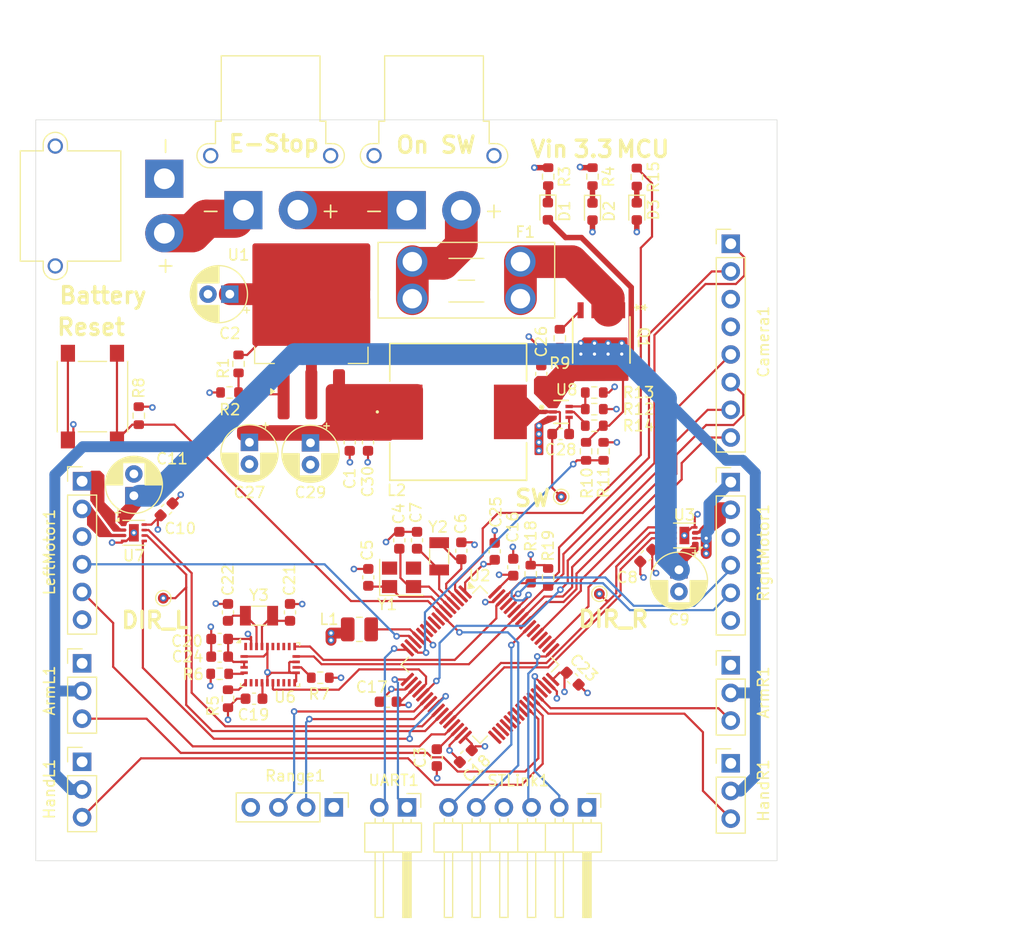
<source format=kicad_pcb>
(kicad_pcb (version 20240108) (generator "pcbnew") (generator_version "8.0")
  (title_block (title "Wall-E Motherboard") (company "Cal Poly") (comment 1 "Devon Bolt") (comment 2 "2025"))
  (layers (0 "F.Cu" signal) (1 "In1.Cu" power "GND.Cu") (2 "In2.Cu" power "3_3.Cu") (31 "B.Cu" signal) (34 "B.Paste" user) (35 "F.Paste" user) (36 "B.SilkS" user "B.Silkscreen") (37 "F.SilkS" user "F.Silkscreen") (38 "B.Mask" user) (39 "F.Mask" user) (44 "Edge.Cuts" user))
  (net 0 "")
  (net 1 "GND")
  (net 2 "5V")
  (net 3 "3.3V")
  (net 4 "Net-(U2-VCAP1)")
  (net 5 "PH0")
  (net 6 "PH1")
  (net 7 "PC14")
  (net 8 "PC15")
  (net 9 "Vin")
  (net 10 "Net-(U6-CAP)")
  (net 11 "Net-(U6-XOUT32)")
  (net 12 "Net-(U6-XIN32)")
  (net 13 "Net-(U8-BST)")
  (net 14 "Net-(D1-K)")
  (net 15 "Net-(D2-K)")
  (net 16 "Net-(SW2-B)")
  (net 17 "/Power Regulation/V_bat")
  (net 18 "Net-(U2-VDDA)")
  (net 19 "Net-(U1-ADJ)")
  (net 20 "Net-(U6-PS0)")
  (net 21 "Net-(U6-PS1)")
  (net 22 "NRST")
  (net 23 "Bat_ADC")
  (net 24 "Net-(U8-FB)")
  (net 25 "Net-(U8-EN)")
  (net 26 "Net-(SW1-B)")
  (net 27 "DIR_right")
  (net 30 "ST_SWCLK")
  (net 33 "ST_SWDIO")
  (net 35 "ENCB_right")
  (net 37 "CAM_SCLK")
  (net 39 "Trig")
  (net 42 "I2C_SDA")
  (net 43 "ST_SWO")
  (net 47 "CAM_MOSI")
  (net 48 "ST_RX")
  (net 49 "ENCA_left")
  (net 50 "Echo")
  (net 51 "L_Arm_PWM")
  (net 52 "ST_TX")
  (net 53 "R_Arm_PWM")
  (net 56 "Net-(D3-K)")
  (net 57 "I2C_SCL")
  (net 58 "ENCB_left")
  (net 59 "ENCA_right")
  (net 63 "DIR_left")
  (net 64 "M1_right")
  (net 65 "EN_right")
  (net 66 "M2_right")
  (net 67 "SL_right")
  (net 71 "R_Hand_PWM")
  (net 72 "L_Hand_PWM")
  (net 73 "CAM_MISO")
  (net 74 "IMU_INT")
  (net 79 "IMU_NRST")
  (net 81 "CAM_CS")
  (net 83 "Net-(U6-COM3)")
  (net 84 "M2_left")
  (net 85 "M1_left")
  (net 86 "EN_left")
  (net 87 "Net-(F1-Pad2)")
  (net 88 "SL_left")
  (net 89 "LED")
  (net 90 "/Power Regulation/buck_sw")
  (net 91 "Net-(Q1-Pad4)")
  (footprint "Package_QFP:LQFP-64_10x10mm_P0.5mm" (layer "F.Cu") (at 152.75 106 -45)
    (property "Reference" "U2")
    (property "Value" "STM32F411RCTx")
  )
  (footprint "Capacitor_SMD:C_0603_1608Metric" (layer "F.Cu") (at 151.037133 95.55102 90)
    (property "Reference" "C6")
    (property "Value" "12p")
  )
  (footprint "Capacitor_SMD:C_0603_1608Metric" (layer "F.Cu") (at 140.8 85.598 -90)
    (property "Reference" "C1")
    (property "Value" "10u")
  )
  (footprint "Capacitor_SMD:C_0603_1608Metric" (layer "F.Cu") (at 128.8705 105.2671 180)
    (property "Reference" "C24")
    (property "Value" "0.1u")
  )
  (footprint "Resistor_SMD:R_0603_1608Metric" (layer "F.Cu") (at 160.0708 76.0476 -90)
    (property "Reference" "R9")
    (property "Value" "10k")
  )
  (footprint "Resistor_SMD:R_0603_1608Metric" (layer "F.Cu") (at 129.775 81.022 180)
    (property "Reference" "R2")
    (property "Value" "10k 1%")
  )
  (footprint "Resistor_SMD:R_0603_1608Metric" (layer "F.Cu") (at 162.4788 86.423 -90)
    (property "Reference" "R10")
    (property "Value" "100k")
  )
  (footprint "Capacitor_THT:CP_Radial_D5.0mm_P2.00mm" (layer "F.Cu") (at 121 90.5 90)
    (property "Reference" "C11")
    (property "Value" "22u")
  )
  (footprint "Connector_PinHeader_2.54mm:PinHeader_1x06_P2.54mm_Horizontal" (layer "F.Cu") (at 162.56 119.1 -90)
    (property "Reference" "STLink1")
    (property "Value" "Conn_01x06_Socket")
  )
  (footprint "Connector_PinHeader_2.54mm:PinHeader_1x02_P2.54mm_Horizontal" (layer "F.Cu") (at 146.05 119.1 -90)
    (property "Reference" "UART1")
    (property "Value" "Conn_01x02_Socket")
  )
  (footprint "Connector_AMASS:AMASS_XT30PW-M_1x02_P2.50mm_Horizontal" (layer "F.Cu") (at 123.7926 61.4078 90)
    (property "Reference" "J1" (hide yes))
    (property "Value" "Conn_01x02")
  )
  (footprint "Crystal:Crystal_SMD_3215-2Pin_3.2x1.5mm" (layer "F.Cu") (at 132.4773 101.5079 180)
    (property "Reference" "Y3")
    (property "Value" "32.768kHz")
  )
  (footprint "Capacitor_SMD:C_0603_1608Metric" (layer "F.Cu") (at 161.247933 107.28582 -45)
    (property "Reference" "C23")
    (property "Value" "0.1u")
  )
  (footprint "Capacitor_SMD:C_0603_1608Metric" (layer "F.Cu") (at 142.502733 97.98942 90)
    (property "Reference" "C5")
    (property "Value" "4.3p")
  )
  (footprint "Capacitor_THT:CP_Radial_D5.0mm_P2.00mm" (layer "F.Cu") (at 171 97.294888 -90)
    (property "Reference" "C9")
    (property "Value" "22u")
  )
  (footprint "MountingHole:MountingHole_3.2mm_M3" (layer "F.Cu") (at 175.75 61.25)
    (property "Reference" "H2" (hide yes))
    (property "Value" "MountingHole")
  )
  (footprint "Resistor_SMD:R_0603_1608Metric" (layer "F.Cu") (at 159.004 61.214 90)
    (property "Reference" "R3")
    (property "Value" "500")
  )
  (footprint "Capacitor_THT:CP_Radial_D5.0mm_P2.00mm" (layer "F.Cu") (at 131.6 85.6 -90)
    (property "Reference" "C27")
    (property "Value" "22u")
  )
  (footprint "Resistor_SMD:R_0603_1608Metric" (layer "F.Cu") (at 163.2331 82.55 180)
    (property "Reference" "R12")
    (property "Value" "73.2k 1%")
  )
  (footprint "Capacitor_SMD:C_0603_1608Metric" (layer "F.Cu") (at 155.798 97.0592 90)
    (property "Reference" "C16")
    (property "Value" "0.1u")
  )
  (footprint "LED_SMD:LED_0603_1608Metric" (layer "F.Cu") (at 163.068 64.4145 -90)
    (property "Reference" "D2")
    (property "Value" "LED")
  )
  (footprint "Connector_PinHeader_2.54mm:PinHeader_1x04_P2.54mm_Vertical" (layer "F.Cu") (at 139.34 119.1 -90)
    (property "Reference" "Range1")
    (property "Value" "Conn_01x04_Socket")
  )
  (footprint "Connector_PinHeader_2.54mm:PinHeader_1x03_P2.54mm_Vertical" (layer "F.Cu") (at 116.25 105.88)
    (property "Reference" "ArmL1")
    (property "Value" "Conn_01x03_Socket")
  )
  (footprint "Resistor_SMD:R_0603_1608Metric" (layer "F.Cu") (at 159 98 -90)
    (property "Reference" "R19")
    (property "Value" "10k")
  )
  (footprint "Connector_PinHeader_2.54mm:PinHeader_1x03_P2.54mm_Vertical" (layer "F.Cu") (at 175.75 106.055)
    (property "Reference" "ArmR1")
    (property "Value" "Conn_01x03_Socket")
  )
  (footprint "Capacitor_SMD:C_0603_1608Metric" (layer "F.Cu") (at 160.147 84.836 180)
    (property "Reference" "C28")
    (property "Value" "0.1u")
  )
  (footprint "Capacitor_SMD:C_0603_1608Metric" (layer "F.Cu") (at 144.3172 109.4036 180)
    (property "Reference" "C17")
    (property "Value" "0.1u")
  )
  (footprint "TestPoint:TestPoint_Pad_D1.0mm" (layer "F.Cu") (at 160.2 90.6)
    (property "Reference" "TP3" (hide yes))
    (property "Value" "TestPoint_Small")
  )
  (footprint "TestPoint:TestPoint_Pad_D1.0mm" (layer "F.Cu") (at 123.7 99.9)
    (property "Reference" "TP1" (hide yes))
    (property "Value" "TestPoint_Small")
  )
  (footprint "Package_SON:WSON-8-1EP_2x2mm_P0.5mm_EP0.9x1.6mm" (layer "F.Cu") (at 171.5 94.15 180)
    (property "Reference" "U3")
    (property "Value" "DRV8838")
  )
  (footprint "Resistor_SMD:R_0603_1608Metric" (layer "F.Cu") (at 138.1 107.2)
    (property "Reference" "R7")
    (property "Value" "10k")
  )
  (footprint "Resistor_SMD:R_0603_1608Metric" (layer "F.Cu") (at 121.45 83.15 90)
    (property "Reference" "R8")
    (property "Value" "10k")
  )
  (footprint "Capacitor_SMD:C_0603_1608Metric" (layer "F.Cu") (at 132.0201 109.1279 180)
    (property "Reference" "C19")
    (property "Value" "0.1u")
  )
  (footprint "Capacitor_SMD:C_0603_1608Metric" (layer "F.Cu") (at 129.6325 101.2031 90)
    (property "Reference" "C22")
    (property "Value" "22p")
  )
  (footprint "Capacitor_SMD:C_0603_1608Metric" (layer "F.Cu") (at 135.3221 101.2031 90)
    (property "Reference" "C21")
    (property "Value" "22p")
  )
  (footprint "Resistor_SMD:R_0603_1608Metric" (layer "F.Cu") (at 163.068 61.214 90)
    (property "Reference" "R4")
    (property "Value" "60")
  )
  (footprint "Capacitor_SMD:C_0603_1608Metric" (layer "F.Cu") (at 148.7876 114.5344 -90)
    (property "Reference" "C3")
    (property "Value" "2.2u")
  )
  (footprint "Resistor_SMD:R_0603_1608Metric" (layer "F.Cu") (at 163.2331 81.026)
    (property "Reference" "R13")
    (property "Value" "10k 1%")
  )
  (footprint "Package_LGA:LGA-28_5.2x3.8mm_P0.5mm" (layer "F.Cu") (at 133.5 106)
    (property "Reference" "U6")
    (property "Value" "BNO055")
  )
  (footprint "MountingHole:MountingHole_3.2mm_M3" (layer "F.Cu") (at 125 77.25)
    (property "Reference" "H1" (hide yes))
    (property "Value" "MountingHole")
  )
  (footprint "Connector_PinHeader_2.54mm:PinHeader_1x03_P2.54mm_Vertical" (layer "F.Cu") (at 116.25 114.92)
    (property "Reference" "HandL1")
    (property "Value" "Conn_01x03_Socket")
  )
  (footprint "Capacitor_THT:CP_Radial_D5.0mm_P2.00mm" (layer "F.Cu") (at 129.8 72 180)
    (property "Reference" "C2")
    (property "Value" "22u")
  )
  (footprint "MountingHole:MountingHole_3.2mm_M3" (layer "F.Cu") (at 169 120)
    (property "Reference" "H4" (hide yes))
    (property "Value" "MountingHole")
  )
  (footprint "Fuse:Fuseholder_Blade_Mini_Keystone_3568" (layer "F.Cu") (at 146.5402 69.0168)
    (property "Reference" "F1")
    (property "Value" "Fuse")
  )
  (footprint "Resistor_SMD:R_0603_1608Metric" (layer "F.Cu") (at 128.8705 106.8419)
    (property "Reference" "R6")
    (property "Value" "10k")
  )
  (footprint "Wall_E_footprints:SO-8_VIS" (layer "F.Cu") (at 163.8808 76.2 -90)
    (property "Reference" "Q1")
    (property "Value" "SI4435FDY-T1-GE3")
  )
  (footprint "MountingHole:MountingHole_3.2mm_M3" (layer "F.Cu") (at 125 120)
    (property "Reference" "H3" (hide yes))
    (property "Value" "MountingHole")
  )
  (footprint "TestPoint:TestPoint_Pad_D1.0mm" (layer "F.Cu") (at 163.7 99.5)
    (property "Reference" "TP2" (hide yes))
    (property "Value" "TestPoint_Small")
  )
  (footprint "Capacitor_SMD:C_0603_1608Metric" (layer "F.Cu") (at 154.1 95.6 90)
    (property "Reference" "C25")
    (property "Value" "0.1u")
  )
  (footprint "Resistor_SMD:R_0603_1608Metric" (layer "F.Cu") (at 130.6 78.4 -90)
    (property "Reference" "R1")
    (property "Value" "16.5k 1%")
  )
  (footprint "Connector_PinHeader_2.54mm:PinHeader_1x06_P2.54mm_Vertical" (layer "F.Cu") (at 175.75 89.25)
    (property "Reference" "RightMotor1")
    (property "Value" "Conn_01x06_Socket")
  )
  (footprint "Connector_PinHeader_2.54mm:PinHeader_1x08_P2.54mm_Vertical" (layer "F.Cu") (at 175.75 67.375)
    (property "Reference" "Camera1")
    (property "Value" "Conn_01x08_Socket")
  )
  (footprint "Resistor_SMD:R_0603_1608Metric" (layer "F.Cu") (at 163.2331 84.074 180)
    (property "Reference" "R14")
    (property "Value" "10k")
  )
  (footprint "Wall_E_footprints:DRL0006A-MFG" (layer "F.Cu") (at 160.1851 82.804)
    (property "Reference" "U8")
    (property "Value" "TPS561243DRLR")
  )
  (footprint "LED_SMD:LED_0603_1608Metric" (layer "F.Cu") (at 158.976 64.389 -90)
    (property "Reference" "D1")
    (property "Value" "LED")
  )
  (footprint "Capacitor_SMD:C_0603_1608Metric" (layer "F.Cu") (at 168 96 -135)
    (property "Reference" "C8")
    (property "Value" "0.1u")
  )
  (footprint "Capacitor_SMD:C_0603_1608Metric" (layer "F.Cu") (at 145.347533 94.58582 90)
    (property "Reference" "C4")
    (property "Value" "4.3p")
  )
  (footprint "Capacitor_THT:CP_Radial_D5.0mm_P2.00mm" (layer "F.Cu") (at 137.2 85.644888 -90)
    (property "Reference" "C29")
    (property "Value" "22u")
  )
  (footprint "Crystal:Crystal_SMD_3215-2Pin_3.2x1.5mm" (layer "F.Cu") (at 149.005133 96.05902 -90)
    (property "Reference" "Y2")
    (property "Value" "32.768kHz")
  )
  (footprint "Resistor_SMD:R_0603_1608Metric" (layer "F.Cu") (at 129.6325 109.1279 90)
    (property "Reference" "R5")
    (property "Value" "10k")
  )
  (footprint "Resistor_SMD:R_0603_1608Metric" (layer "F.Cu") (at 167.132 61.2526 90)
    (property "Reference" "R15")
    (property "Value" "60")
  )
  (footprint "Button_Switch_SMD:SW_SPST_PTS645" (layer "F.Cu") (at 117.2 81.4 90)
    (property "Reference" "SW3" (hide yes))
    (property "Value" "SW_SPST")
  )
  (footprint "Connector_AMASS:AMASS_XT30PW-F_1x02_P2.50mm_Horizontal" (layer "F.Cu") (at 131.0462 64.2888)
    (property "Reference" "SW1" (hide yes))
    (property "Value" "SW_SPST")
  )
  (footprint "Capacitor_SMD:C_0603_1608Metric" (layer "F.Cu") (at 142.4762 85.598 -90)
    (property "Reference" "C30")
    (property "Value" "0.1u")
  )
  (footprint "Capacitor_SMD:C_0603_1608Metric" (layer "F.Cu") (at 158.369 79.315 90)
    (property "Reference" "C26")
    (property "Value" "2.2u")
  )
  (footprint "Capacitor_SMD:C_0603_1608Metric" (layer "F.Cu") (at 124 91.75 45)
    (property "Reference" "C10")
    (property "Value" "0.1u")
  )
  (footprint "Capacitor_SMD:C_0603_1608Metric" (layer "F.Cu") (at 146.973133 94.58582 90)
    (property "Reference" "C7")
    (property "Value" "12p")
  )
  (footprint "Wall_E_footprints:IND_IFDC5050HZER_VIS" (layer "F.Cu") (at 150.749 82.804)
    (property "Reference" "L2")
    (property "Value" "IFDC5050HZER270M")
  )
  (footprint "Resistor_SMD:R_0603_1608Metric" (layer "F.Cu") (at 164.084 86.423 90)
    (property "Reference" "R11")
    (property "Value" "10k")
  )
  (footprint "Capacitor_SMD:C_0603_1608Metric" (layer "F.Cu") (at 151.443533 114.39782 -135)
    (property "Reference" "C18")
    (property "Value" "0.1u")
  )
  (footprint "Inductor_SMD:L_1008_2520Metric" (layer "F.Cu") (at 141.689933 102.76462)
    (property "Reference" "L1")
    (property "Value" "10uH")
  )
  (footprint "Capacitor_SMD:C_0603_1608Metric" (layer "F.Cu") (at 128.8705 103.6415)
    (property "Reference" "C20")
    (property "Value" "0.1u")
  )
  (footprint "Resistor_SMD:R_0603_1608Metric" (layer "F.Cu") (at 157.3982 97.6942 -90)
    (property "Reference" "R18")
    (property "Value" "10k")
  )
  (footprint "Crystal:Crystal_SMD_3225-4Pin_3.2x2.5mm" (layer "F.Cu") (at 145.550733 97.98942)
    (property "Reference" "Y1")
    (property "Value" "25MHz")
  )
  (footprint "LED_SMD:LED_0603_1608Metric" (layer "F.Cu") (at 167.132 64.4022 -90)
    (property "Reference" "D3")
    (property "Value" "LED")
  )
  (footprint "Connector_AMASS:AMASS_XT30PW-F_1x02_P2.50mm_Horizontal" (layer "F.Cu") (at 146.0322 64.2888)
    (property "Reference" "SW2" (hide yes))
    (property "Value" "SW_SPST")
  )
  (footprint "Package_TO_SOT_SMD:TO-263-3_TabPin2" (layer "F.Cu") (at 137.2762 73.5376 90)
    (property "Reference" "U1")
    (property "Value" "LM1085-ADJ")
  )
  (footprint "Package_SON:WSON-8-1EP_2x2mm_P0.5mm_EP0.9x1.6mm" (layer "F.Cu") (at 121 93.9)
    (property "Reference" "U7")
    (property "Value" "DRV8838")
  )
  (footprint "Connector_PinHeader_2.54mm:PinHeader_1x03_P2.54mm_Vertical" (layer "F.Cu") (at 175.75 115.055)
    (property "Reference" "HandR1")
    (property "Value" "Conn_01x03_Socket")
  )
  (footprint "Connector_PinHeader_2.54mm:PinHeader_1x06_P2.54mm_Vertical" (layer "F.Cu") (at 116.25 89.17)
    (property "Reference" "LeftMotor1")
    (property "Value" "Conn_01x06_Socket")
  )
  (gr_rect (start 112 56) (end 180 124) (stroke (width 0.05)) (fill none) (layer "Edge.Cuts"))
  (gr_text "DIR_L\n" (at 119.7 102.8 0) (layer "F.SilkS") (effects (font (size 1.5 1.5) (thickness 0.3) (bold yes)) (justify left bottom)))
  (gr_text "Vin" (at 157.226 59.563 0) (layer "F.SilkS") (effects (font (size 1.5 1.5) (thickness 0.3) (bold yes)) (justify left bottom)))
  (gr_text "Reset" (at 113.8 75.9 0) (layer "F.SilkS") (effects (font (size 1.5 1.5) (thickness 0.3) (bold yes)) (justify left bottom)))
  (gr_text "DIR_R" (at 161.6 102.7 0) (layer "F.SilkS") (effects (font (size 1.5 1.5) (thickness 0.3) (bold yes)) (justify left bottom)))
  (gr_text "SW" (at 155.8 91.6 0) (layer "F.SilkS") (effects (font (size 1.5 1.5) (thickness 0.3) (bold yes)) (justify left bottom)))
  (gr_text "MCU" (at 165.1 59.563 0) (layer "F.SilkS") (effects (font (size 1.5 1.5) (thickness 0.3) (bold yes)) (justify left bottom)))
  (gr_text "3.3" (at 161.163 59.563 0) (layer "F.SilkS") (effects (font (size 1.5 1.5) (thickness 0.3) (bold yes)) (justify left bottom)))
  (gr_text "On SW" (at 144.907 59.182 0) (layer "F.SilkS") (effects (font (size 1.5 1.5) (thickness 0.3) (bold yes)) (justify left bottom)))
  (gr_text "E-Stop" (at 129.54 59.055 0) (layer "F.SilkS") (effects (font (size 1.5 1.5) (thickness 0.3) (bold yes)) (justify left bottom)))
  (gr_text "Battery\n" (at 114 73 0) (layer "F.SilkS") (effects (font (size 1.5 1.5) (thickness 0.3) (bold yes)) (justify left bottom)))
  (segment (start 154.464734 99.75978) (end 154.464734 99.689072) (width 0.2) (layer "F.Cu") (net 1))
  (segment (start 143.81581 109.4036) (end 143.5422 109.4036) (width 0.2) (layer "F.Cu") (net 1))
  (segment (start 147.499732 103.224607) (end 148.439477 104.164352) (width 0.2) (layer "F.Cu") (net 1))
  (segment (start 158.369 78.54) (end 158.369 77.0382) (width 0.2) (layer "F.Cu") (net 1))
  (segment (start 160.0708 76.8726) (end 158.2034 76.8726) (width 0.2) (layer "F.Cu") (net 1))
  (segment (start 120.05 94.650001) (end 120.314385 94.650001) (width 0.2) (layer "F.Cu") (net 1))
  (segment (start 142.4762 86.373) (end 142.4762 87.3938) (width 0.2) (layer "F.Cu") (net 1))
  (segment (start 114.95 77.42) (end 114.95 85.38) (width 0.2) (layer "F.Cu") (net 1))
  (segment (start 153.962248 100.262266) (end 154.464734 99.75978) (width 0.2) (layer "F.Cu") (net 1))
  (segment (start 141.194933 97.21442) (end 141.181933 97.22742) (width 0.2) (layer "F.Cu") (net 1))
  (segment (start 154.1 93.7) (end 154.1 94.825) (width 0.2) (layer "F.Cu") (net 1))
  (segment (start 149.956 113.390194) (end 149.956 113.874) (width 0.2) (layer "F.Cu") (net 1))
  (segment (start 145.067513 93.81082) (end 145.347533 93.81082) (width 0.2) (layer "F.Cu") (net 1))
  (segment (start 125.3 90.45) (end 124.548008 91.201992) (width 0.2) (layer "F.Cu") (net 1))
  (segment (start 155.798 96.2842) (end 155.798 95.2278) (width 0.2) (layer "F.Cu") (net 1))
  (segment (start 133.25 107.6625) (end 133.25 107.098) (width 0.2) (layer "F.Cu") (net 1))
  (segment (start 130.4575 109.1279) (end 129.6325 109.9529) (width 0.2) (layer "F.Cu") (net 1))
  (segment (start 121 93.964386) (end 121 93.9) (width 0.2) (layer "F.Cu") (net 1))
  (segment (start 153.234806 100.262266) (end 153.962248 100.262266) (width 0.2) (layer "F.Cu") (net 1))
  (segment (start 129.6325 100.4281) (end 128.5527 100.4281) (width 0.2) (layer "F.Cu") (net 1))
  (segment (start 144.622 108.3238) (end 143.5422 109.4036) (width 0.2) (layer "F.Cu") (net 1))
  (segment (start 163.068 60.389) (end 161.989 60.389) (width 0.5) (layer "F.Cu") (net 1))
  (segment (start 135.323 105.75) (end 135.25 105.823) (width 0.2) (layer "F.Cu") (net 1))
  (segment (start 133.598 106.75) (end 135.8875 106.75) (width 0.2) (layer "F.Cu") (net 1))
  (segment (start 133.25 107.098) (end 133.598 106.75) (width 0.2) (layer "F.Cu") (net 1))
  (segment (start 150.895525 114.813525) (end 149.956 113.874) (width 0.2) (layer "F.Cu") (net 1))
  (segment (start 119.900001 94.8) (end 120.05 94.650001) (width 0.2) (layer "F.Cu") (net 1))
  (segment (start 119 94.8) (end 119.900001 94.8) (width 0.2) (layer "F.Cu") (net 1))
  (segment (start 146.439072 107.714734) (end 145.868148 108.285658) (width 0.2) (layer "F.Cu") (net 1))
  (segment (start 135.25 106.6) (end 135.4 106.75) (width 0.2) (layer "F.Cu") (net 1))
  (segment (start 135.4 106.75) (end 135.8875 106.75) (width 0.2) (layer "F.Cu") (net 1))
  (segment (start 159.8 108.453806) (end 159.8 109.1) (width 0.2) (layer "F.Cu") (net 1))
  (segment (start 157.735 60.389) (end 157.734 60.388) (width 0.2) (layer "F.Cu") (net 1))
  (segment (start 115.45 84.88) (end 114.95 85.38) (width 0.2) (layer "F.Cu") (net 1))
  (segment (start 131.1125 105.25) (end 132.902 105.25) (width 0.2) (layer "F.Cu") (net 1))
  (segment (start 152.25 95) (end 152.02602 94.77602) (width 0.2) (layer "F.Cu") (net 1))
  (segment (start 152.02602 94.77602) (end 151.037133 94.77602) (width 0.2) (layer "F.Cu") (net 1))
  (segment (start 136.4397 100.4411) (end 135.3351 100.4411) (width 0.2) (layer "F.Cu") (net 1))
  (segment (start 162.558202 108.596089) (end 162.61477 108.596089) (width 0.2) (layer "F.Cu") (net 1))
  (segment (start 159.060928 107.714734) (end 159.8 108.453806) (width 0.2) (layer "F.Cu") (net 1))
  (segment (start 125.3 90.4) (end 125.3 90.45) (width 0.2) (layer "F.Cu") (net 1))
  (segment (start 132.902 105.25) (end 133.25 104.902) (width 0.2) (layer "F.Cu") (net 1))
  (segment (start 142.4762 87.3938) (end 142.4432 87.4268) (width 0.2) (layer "F.Cu") (net 1))
  (segment (start 140.8 86.373) (end 140.8 87.409) (width 0.2) (layer "F.Cu") (net 1))
  (segment (start 131.2451 109.1279) (end 130.4575 109.1279) (width 0.2) (layer "F.Cu") (net 1))
  (segment (start 172.185614 93.4) (end 171.5 94.085614) (width 0.2) (layer "F.Cu") (net 1))
  (segment (start 172.45 92.45) (end 172.45 93.4) (width 0.2) (layer "F.Cu") (net 1))
  (segment (start 165.3032 85.598) (end 164.084 85.598) (width 0.2) (layer "F.Cu") (net 1))
  (segment (start 142.502733 97.21442) (end 141.194933 97.21442) (width 0.2) (layer "F.Cu") (net 1))
  (segment (start 133.25 107.6625) (end 133.25 104.3375) (width 0.2) (layer "F.Cu") (net 1))
  (segment (start 167.451992 96.548008) (end 167.451992 97.701992) (width 0.2) (layer "F.Cu") (net 1))
  (segment (start 144.622 108.2352) (end 144.622 108.3238) (width 0.2) (layer "F.Cu") (net 1))
  (segment (start 155.798 95.2278) (end 155.7606 95.1904) (width 0.2) (layer "F.Cu") (net 1))
  (segment (start 146.973133 93.81082) (end 145.347533 93.81082) (width 0.2) (layer "F.Cu") (net 1))
  (segment (start 151.035266 112.310928) (end 149.956 113.390194) (width 0.2) (layer "F.Cu") (net 1))
  (segment (start 128.5527 100.4281) (end 128.5149 100.3903) (width 0.2) (layer "F.Cu") (net 1))
  (segment (start 135.3351 100.4411) (end 135.3221 100.4281) (width 0.2) (layer "F.Cu") (net 1))
  (segment (start 128.0455 106.8419) (end 128.0455 107.9209) (width 0.2) (layer "F.Cu") (net 1))
  (segment (start 161.989 60.389) (end 161.925 60.325) (width 0.2) (layer "F.Cu") (net 1))
  (segment (start 158.2034 76.8726) (end 157.226 75.8952) (width 0.2) (layer "F.Cu") (net 1))
  (segment (start 171.5 94.085614) (end 171.5 94.15) (width 0.2) (layer "F.Cu") (net 1))
  (segment (start 144.672458 108.285658) (end 144.622 108.2352) (width 0.2) (layer "F.Cu") (net 1))
  (segment (start 159.004 60.389) (end 157.735 60.389) (width 0.5) (layer "F.Cu") (net 1))
  (segment (start 148.7876 116.3874) (end 148.8276 116.4274) (width 0.2) (layer "F.Cu") (net 1))
  (segment (start 128.95 81.022) (end 127.964 81.022001) (width 0.2) (layer "F.Cu") (net 1))
  (segment (start 129.6325 109.9529) (end 129.6325 111.0583) (width 0.2) (layer "F.Cu") (net 1))
  (segment (start 133.25 106.7) (end 133.25 107.098) (width 0.2) (layer "F.Cu") (net 1))
  (segment (start 161.795941 107.833828) (end 162.558202 108.596089) (width 0.2) (layer "F.Cu") (net 1))
  (segment (start 167.451992 97.701992) (end 167.75 98) (width 0.2) (layer "F.Cu") (net 1))
  (segment (start 148.7876 115.266989) (end 148.7876 115.3094) (width 0.2) (layer "F.Cu") (net 1))
  (segment (start 158.369 77.0382) (end 157.226 75.8952) (width 0.2) (layer "F.Cu") (net 1))
  (segment (start 138.925 107.2) (end 140 107.2) (width 0.2) (layer "F.Cu") (net 1))
  (segment (start 135.8875 106.75) (end 135.8875 107.525) (width 0.2) (layer "F.Cu") (net 1))
  (segment (start 164.574 81.026) (end 165.1 80.5) (width 0.2) (layer "F.Cu") (net 1))
  (segment (start 150.895525 114.945828) (end 150.895525 114.813525) (width 0.2) (layer "F.Cu") (net 1))
  (segment (start 128.0955 105.2671) (end 128.0955 103.6415) (width 0.2) (layer "F.Cu") (net 1))
  (segment (start 135.25 105.823) (end 135.25 106.6) (width 0.2) (layer "F.Cu") (net 1))
  (segment (start 172.7 92.2) (end 172.45 92.45) (width 0.2) (layer "F.Cu") (net 1))
  (segment (start 144.128333 94.75) (end 145.067513 93.81082) (width 0.2) (layer "F.Cu") (net 1))
  (segment (start 115.45 83.95) (end 115.45 84.88) (width 0.2) (layer "F.Cu") (net 1))
  (segment (start 164.0581 81.026) (end 164.574 81.026) (width 0.2) (layer "F.Cu") (net 1))
  (segment (start 128.0455 107.9209) (end 128.0069 107.9595) (width 0.2) (layer "F.Cu") (net 1))
  (segment (start 135.8875 105.75) (end 135.323 105.75) (width 0.2) (layer "F.Cu") (net 1))
  (segment (start 120.314385 94.650001) (end 121 93.964386) (width 0.2) (layer "F.Cu") (net 1))
  (segment (start 128.0955 103.6415) (end 128.0955 102.5617) (width 0.2) (layer "F.Cu") (net 1))
  (segment (start 135.8875 107.525) (end 135.75 107.6625) (width 0.2) (layer "F.Cu") (net 1))
  (segment (start 172.45 93.4) (end 172.185614 93.4) (width 0.2) (layer "F.Cu") (net 1))
  (segment (start 145.868148 108.285658) (end 144.672458 108.285658) (width 0.2) (layer "F.Cu") (net 1))
  (segment (start 148.439477 104.164352) (end 148.439477 104.20395) (width 0.2) (layer "F.Cu") (net 1))
  (segment (start 128.0955 102.5617) (end 128.0577 102.5239) (width 0.2) (layer "F.Cu") (net 1))
  (segment (start 148.7876 115.3094) (end 148.7876 116.3874) (width 0.2) (layer "F.Cu") (net 1))
  (segment (start 133.25 104.902) (end 133.25 104.3375) (width 0.2) (layer "F.Cu") (net 1))
  (via (at 127.9462 81.039801) (size 0.6) (drill 0.3) (layers "F.Cu" "B.Cu") (net 1))
  (via (at 171.5 94.15) (size 0.6) (drill 0.3) (layers "F.Cu" "B.Cu") (net 1))
  (via (at 136.4397 100.4411) (size 0.6) (drill 0.3) (layers "F.Cu" "B.Cu") (net 1))
  (via (at 128.0069 107.9595) (size 0.6) (drill 0.3) (layers "F.Cu" "B.Cu") (net 1))
  (via (at 155.7606 95.1904) (size 0.6) (drill 0.3) (layers "F.Cu" "B.Cu") (net 1))
  (via (at 119 94.8) (size 0.6) (drill 0.3) (layers "F.Cu" "B.Cu") (net 1))
  (via (at 161.925 60.325) (size 0.6) (drill 0.3) (layers "F.Cu" "B.Cu") (net 1))
  (via (at 129.6325 111.0583) (size 0.6) (drill 0.3) (layers "F.Cu" "B.Cu") (net 1))
  (via (at 142.4432 87.4268) (size 0.6) (drill 0.3) (layers "F.Cu" "B.Cu") (net 1))
  (via (at 121 93.9) (size 0.6) (drill 0.3) (layers "F.Cu" "B.Cu") (net 1))
  (via (at 125.3 90.4) (size 0.6) (drill 0.3) (layers "F.Cu" "B.Cu") (net 1))
  (via (at 144.622 108.2352) (size 0.6) (drill 0.3) (layers "F.Cu" "B.Cu") (net 1))
  (via (at 158.1531 85.598) (size 0.6) (drill 0.3) (layers "F.Cu" "B.Cu") (net 1))
  (via (at 159.8 109.1) (size 0.6) (drill 0.3) (layers "F.Cu" "B.Cu") (net 1))
  (via (at 162.61477 108.596089) (size 0.6) (drill 0.3) (layers "F.Cu" "B.Cu") (net 1))
  (via (at 148.439477 104.20395) (size 0.6) (drill 0.3) (layers "F.Cu" "B.Cu") (net 1))
  (via (at 149.956 113.874) (size 0.6) (drill 0.3) (layers "F.Cu" "B.Cu") (net 1))
  (via (at 167.75 98) (size 0.6) (drill 0.3) (layers "F.Cu" "B.Cu") (net 1))
  (via (at 115.45 83.95) (size 0.6) (drill 0.3) (layers "F.Cu" "B.Cu") (net 1))
  (via (at 154.1 93.7) (size 0.6) (drill 0.3) (layers "F.Cu" "B.Cu") (net 1))
  (via (at 157.226 75.8952) (size 0.6) (drill 0.3) (layers "F.Cu" "B.Cu") (net 1))
  (via (at 128.0577 102.5239) (size 0.6) (drill 0.3) (layers "F.Cu" "B.Cu") (net 1))
  (via (at 148.8276 116.4274) (size 0.6) (drill 0.3) (layers "F.Cu" "B.Cu") (net 1))
  (via (at 140 107.2) (size 0.6) (drill 0.3) (layers "F.Cu" "B.Cu") (net 1))
  (via (at 152.25 95) (size 0.6) (drill 0.3) (layers "F.Cu" "B.Cu") (net 1))
  (via (at 165.1 80.5) (size 0.6) (drill 0.3) (layers "F.Cu" "B.Cu") (net 1))
  (via (at 141.181933 97.22742) (size 0.6) (drill 0.3) (layers "F.Cu" "B.Cu") (net 1))
  (via (at 165.3032 85.598) (size 0.6) (drill 0.3) (layers "F.Cu" "B.Cu") (net 1))
  (via (at 172.7 92.2) (size 0.6) (drill 0.3) (layers "F.Cu" "B.Cu") (net 1))
  (via (at 157.734 60.388) (size 0.6) (drill 0.3) (layers "F.Cu" "B.Cu") (net 1))
  (via (at 144.128333 94.75) (size 0.6) (drill 0.3) (layers "F.Cu" "B.Cu") (net 1))
  (via (at 153.234806 100.262266) (size 0.6) (drill 0.3) (layers "F.Cu" "B.Cu") (net 1))
  (via (at 158.1531 84.074) (size 0.6) (drill 0.3) (layers "F.Cu" "B.Cu") (net 1))
  (via (at 128.5149 100.3903) (size 0.6) (drill 0.3) (layers "F.Cu" "B.Cu") (net 1))
  (via (at 133.25 106.7) (size 0.6) (drill 0.3) (layers "F.Cu" "B.Cu") (net 1))
  (via (at 158.1531 84.836) (size 0.6) (drill 0.3) (layers "F.Cu" "B.Cu") (net 1))
  (via (at 158.1531 86.36) (size 0.6) (drill 0.3) (layers "F.Cu" "B.Cu") (net 1))
  (via (at 140.8178 87.4268) (size 0.6) (drill 0.3) (layers "F.Cu" "B.Cu") (net 1))
  (segment (start 164.0581 82.55) (end 165.2651 82.55) (width 0.2) (layer "F.Cu") (net 2))
  (via (at 165.2651 82.55) (size 0.6) (drill 0.3) (layers "F.Cu" "B.Cu") (net 2))
  (segment (start 160.03785 106.737812) (end 159.414481 107.361181) (width 0.2) (layer "F.Cu") (net 3))
  (segment (start 156.112 98.1482) (end 155.798 97.8342) (width 0.2) (layer "F.Cu") (net 3))
  (segment (start 146.2 109.7) (end 145.3886 109.7) (width 0.2) (layer "F.Cu") (net 3))
  (segment (start 123.2 93.6) (end 123.2 92.55) (width 0.2) (layer "F.Cu") (net 3))
  (segment (start 137.287 81.213) (end 137.287 72.063) (width 1) (layer "F.Cu") (net 3))
  (segment (start 145.0922 109.4036) (end 145.457312 109.4036) (width 0.2) (layer "F.Cu") (net 3))
  (segment (start 158.6942 96.8692) (end 159 97.175) (width 0.2) (layer "F.Cu") (net 3))
  (segment (start 122.625 82.325) (end 122.7 82.4) (width 0.2) (layer "F.Cu") (net 3))
  (segment (start 131.75 104.3375) (end 131.75 103.473) (width 0.2) (layer "F.Cu") (net 3))
  (segment (start 139.0848 103.1044) (end 139.0848 103.7648) (width 1) (layer "F.Cu") (net 3))
  (segment (start 157.3982 96.8692) (end 158.6942 96.8692) (width 0.2) (layer "F.Cu") (net 3))
  (segment (start 151.991541 113.849812) (end 151.991541 113.267203) (width 0.2) (layer "F.Cu") (net 3))
  (segment (start 130.1284 105.75) (end 131.1125 105.75) (width 0.2) (layer "F.Cu") (net 3))
  (segment (start 153.2 113.5) (end 152.341353 113.5) (width 0.2) (layer "F.Cu") (net 3))
  (segment (start 157.4 96.8674) (end 157.3982 96.8692) (width 0.2) (layer "F.Cu") (net 3))
  (segment (start 131.1125 106.25) (end 131.1125 105.75) (width 0.2) (layer "F.Cu") (net 3))
  (segment (start 131.6185 103.6415) (end 129.6455 103.6415) (width 0.2) (layer "F.Cu") (net 3))
  (segment (start 167.132 66.294) (end 167.132 65.189701) (width 0.5) (layer "F.Cu") (net 3))
  (segment (start 168.9 97.6) (end 168.548008 97.248008) (width 0.2) (layer "F.Cu") (net 3))
  (segment (start 151.991541 113.267203) (end 151.388819 112.664481) (width 0.2) (layer "F.Cu") (net 3))
  (segment (start 153.074265 96.774265) (end 151.388819 98.459711) (width 0.2) (layer "F.Cu") (net 3))
  (segment (start 154.111181 99.335519) (end 155.6125 97.8342) (width 0.2) (layer "F.Cu") (net 3))
  (segment (start 152.341353 113.5) (end 151.991541 113.849812) (width 0.2) (layer "F.Cu") (net 3))
  (segment (start 168.548008 95.451992) (end 169.998008 95.451992) (width 0.2) (layer "F.Cu") (net 3))
  (segment (start 129.8 72) (end 137.2386 72) (width 2) (layer "F.Cu") (net 3))
  (segment (start 123.2 92.55) (end 123.451992 92.298008) (width 0.2) (layer "F.Cu") (net 3))
  (segment (start 168.548008 97.248008) (end 168.548008 95.451992) (width 0.2) (layer "F.Cu") (net 3))
  (segment (start 155.7138 97.75) (end 155.798 97.8342) (width 0.2) (layer "F.Cu") (net 3))
  (segment (start 160.5 108.5) (end 160.5 106.937737) (width 0.2) (layer "F.Cu") (net 3))
  (segment (start 153.700735 96.774265) (end 154.1 96.375) (width 0.2) (layer "F.Cu") (net 3))
  (segment (start 121.45 82.325) (end 122.625 82.325) (width 0.2) (layer "F.Cu") (net 3))
  (segment (start 153.074265 96.774265) (end 153.700735 96.774265) (width 0.2) (layer "F.Cu") (net 3))
  (segment (start 131.75 104.3375) (end 131.75 103.773) (width 0.2) (layer "F.Cu") (net 3))
  (segment (start 131.75 103.773) (end 131.6185 103.6415) (width 0.2) (layer "F.Cu") (net 3))
  (segment (start 137.2386 72) (end 137.2762 72.0376) (width 2) (layer "F.Cu") (net 3))
  (segment (start 155.6125 97.8342) (end 155.798 97.8342) (width 0.2) (layer "F.Cu") (net 3))
  (segment (start 129.6455 105.2671) (end 129.6455 103.6415) (width 0.2) (layer "F.Cu") (net 3))
  (segment (start 140.275153 103.1044) (end 140.614933 102.76462) (width 1) (layer "F.Cu") (net 3))
  (segment (start 157.4 95.9) (end 157.4 96.8674) (width 0.2) (layer "F.Cu") (net 3))
  (segment (start 160.5 106.937737) (end 160.699925 106.737812) (width 0.2) (layer "F.Cu") (net 3))
  (segment (start 162.992 65.278) (end 163.068 65.202001) (width 0.2) (layer "F.Cu") (net 3))
  (segment (start 121.95 93.149999) (end 122.600001 93.149999) (width 0.2) (layer "F.Cu") (net 3))
  (segment (start 145.3886 109.7) (end 145.0922 109.4036) (width 0.2) (layer "F.Cu") (net 3))
  (segment (start 154.5 97.75) (end 155.7138 97.75) (width 0.2) (layer "F.Cu") (net 3))
  (segment (start 145.457312 109.4036) (end 146.792625 108.068287) (width 0.2) (layer "F.Cu") (net 3))
  (segment (start 131.3888 77.575) (end 134.5012 74.4626) (width 0.2) (layer "F.Cu") (net 3))
  (segment (start 160.699925 106.737812) (end 160.03785 106.737812) (width 0.2) (layer "F.Cu") (net 3))
  (segment (start 137.287 81.213) (end 137.287 82.9002) (width 0.2) (layer "F.Cu") (net 3))
  (segment (start 122.600001 93.149999) (end 123.451992 92.298008) (width 0.2) (layer "F.Cu") (net 3))
  (segment (start 163.068 66.294) (end 163.068 65.202001) (width 0.5) (layer "F.Cu") (net 3))
  (segment (start 130.6 77.575) (end 131.3888 77.575) (width 0.2) (layer "F.Cu") (net 3))
  (segment (start 139.0848 103.1044) (end 140.275153 103.1044) (width 1) (layer "F.Cu") (net 3))
  (segment (start 131.75 103.473) (end 131.4613 103.1843) (width 0.2) (layer "F.Cu") (net 3))
  (segment (start 129.6455 105.2671) (end 130.1284 105.75) (width 0.2) (layer "F.Cu") (net 3))
  (segment (start 151.388819 98.459711) (end 151.388819 99.335519) (width 0.2) (layer "F.Cu") (net 3))
  (segment (start 169.998008 95.451992) (end 170.55 94.9) (width 0.2) (layer "F.Cu") (net 3))
  (via (at 131.4613 103.1843) (size 0.6) (drill 0.3) (layers "F.Cu" "B.Cu") (net 3))
  (via (at 153.2 113.5) (size 0.6) (drill 0.3) (layers "F.Cu" "B.Cu") (net 3))
  (via (at 168.9 97.6) (size 0.6) (drill 0.3) (layers "F.Cu" "B.Cu") (net 3))
  (via (at 122.7 82.4) (size 0.6) (drill 0.3) (layers "F.Cu" "B.Cu") (net 3))
  (via (at 160.5 108.5) (size 0.6) (drill 0.3) (layers "F.Cu" "B.Cu") (net 3))
  (via (at 146.2 109.7) (size 0.6) (drill 0.3) (layers "F.Cu" "B.Cu") (net 3))
  (via (at 139.0848 103.7648) (size 0.6) (drill 0.3) (layers "F.Cu" "B.Cu") (net 3))
  (via (at 157.4 95.9) (size 0.6) (drill 0.3) (layers "F.Cu" "B.Cu") (net 3))
  (via (at 154.5 97.75) (size 0.6) (drill 0.3) (layers "F.Cu" "B.Cu") (net 3))
  (via (at 163.068 66.294) (size 0.6) (drill 0.3) (layers "F.Cu" "B.Cu") (net 3))
  (via (at 123.2 93.6) (size 0.6) (drill 0.3) (layers "F.Cu" "B.Cu") (net 3))
  (via (at 153.074265 96.774265) (size 0.6) (drill 0.3) (layers "F.Cu" "B.Cu") (net 3))
  (via (at 167.132 66.294) (size 0.6) (drill 0.3) (layers "F.Cu" "B.Cu") (net 3))
  (via (at 139.0848 103.1044) (size 0.6) (drill 0.3) (layers "F.Cu" "B.Cu") (net 3))
  (segment (start 148.879688 113.7594) (end 148.7876 113.7594) (width 0.2) (layer "F.Cu") (net 4))
  (segment (start 150.681713 111.957375) (end 148.879688 113.7594) (width 0.2) (layer "F.Cu") (net 4))
  (segment (start 146.650733 98.83942) (end 148.064294 98.83942) (width 0.2) (layer "F.Cu") (net 5))
  (segment (start 148.064294 98.83942) (end 149.974606 100.749732) (width 0.2) (layer "F.Cu") (net 5))
  (segment (start 146.250733 98.83942) (end 145.450733 98.03942) (width 0.2) (layer "F.Cu") (net 5))
  (segment (start 146.650733 98.83942) (end 146.250733 98.83942) (width 0.2) (layer "F.Cu") (net 5))
  (segment (start 145.450733 98.03942) (end 145.450733 95.46402) (width 0.2) (layer "F.Cu") (net 5))
  (segment (start 145.450733 95.46402) (end 145.347533 95.36082) (width 0.2) (layer "F.Cu") (net 5))
  (segment (start 142.577733 98.83942) (end 142.502733 98.76442) (width 0.2) (layer "F.Cu") (net 6))
  (segment (start 144.450733 98.83942) (end 142.577733 98.83942) (width 0.2) (layer "F.Cu") (net 6))
  (segment (start 144.450733 98.83942) (end 145.378733 99.76742) (width 0.2) (layer "F.Cu") (net 6))
  (segment (start 145.378733 99.76742) (end 148.285186 99.76742) (width 0.2) (layer "F.Cu") (net 6))
  (segment (start 148.285186 99.76742) (end 149.621052 101.103286) (width 0.2) (layer "F.Cu") (net 6))
  (segment (start 151.037133 96.32602) (end 150.522132 96.32602) (width 0.2) (layer "F.Cu") (net 7))
  (segment (start 151.037133 97.197267) (end 151.037133 96.32602) (width 0.2) (layer "F.Cu") (net 7))
  (segment (start 150.681713 100.042625) (end 149.6512 99.012112) (width 0.2) (layer "F.Cu") (net 7))
  (segment (start 150.522132 96.32602) (end 149.005133 94.809021) (width 0.2) (layer "F.Cu") (net 7))
  (segment (start 149.6512 98.5832) (end 151.037133 97.197267) (width 0.2) (layer "F.Cu") (net 7))
  (segment (start 149.6512 99.012112) (end 149.6512 98.5832) (width 0.2) (layer "F.Cu") (net 7))
  (segment (start 147.056934 95.36082) (end 146.973133 95.36082) (width 0.2) (layer "F.Cu") (net 8))
  (segment (start 149.005133 97.309019) (end 147.056934 95.36082) (width 0.2) (layer "F.Cu") (net 8))
  (segment (start 150.328159 100.396179) (end 149.005133 99.073153) (width 0.2) (layer "F.Cu") (net 8))
  (segment (start 149.005133 99.073153) (end 149.005133 97.309019) (width 0.2) (layer "F.Cu") (net 8))
  (segment (start 164.0581 84.074) (end 164.0028 84.074) (width 0.2) (layer "F.Cu") (net 9))
  (segment (start 166.365199 78.34475) (end 166.624 78.085949) (width 0.5) (layer "F.Cu") (net 9))
  (segment (start 165.8651 82.798529) (end 165.8651 79.003451) (width 0.2) (layer "F.Cu") (net 9))
  (segment (start 164.0028 84.074) (end 162.4788 85.598) (width 0.2) (layer "F.Cu") (net 9))
  (segment (start 164.0581 84.074) (end 164.589629 84.074) (width 0.2) (layer "F.Cu") (net 9))
  (segment (start 166.624 78.085949) (end 166.624 71.374) (width 0.5) (layer "F.Cu") (net 9))
  (segment (start 160.6015 66.802) (end 158.976 65.1765) (width 0.5) (layer "F.Cu") (net 9))
  (segment (start 164.589629 84.074) (end 165.8651 82.798529) (width 0.2) (layer "F.Cu") (net 9))
  (segment (start 165.8651 79.003451) (end 165.785799 78.92415) (width 0.2) (layer "F.Cu") (net 9))
  (segment (start 162.052 66.802) (end 160.6015 66.802) (width 0.5) (layer "F.Cu") (net 9))
  (segment (start 166.365199 78.34475) (end 165.785799 78.92415) (width 0.2) (layer "F.Cu") (net 9))
  (segment (start 166.624 71.374) (end 162.052 66.802) (width 0.5) (layer "F.Cu") (net 9))
  (via (at 164.5 77.5) (size 0.6) (drill 0.3) (layers "F.Cu" "B.Cu") (net 9))
  (via (at 162 77.5) (size 0.6) (drill 0.3) (layers "F.Cu" "B.Cu") (net 9))
  (via (at 163.25 77.5) (size 0.6) (drill 0.3) (layers "F.Cu" "B.Cu") (net 9))
  (via (at 165.75 76.5) (size 0.6) (drill 0.3) (layers "F.Cu" "B.Cu") (net 9))
  (via (at 162 76.5) (size 0.6) (drill 0.3) (layers "F.Cu" "B.Cu") (net 9))
  (via (at 165.75 77.5) (size 0.6) (drill 0.3) (layers "F.Cu" "B.Cu") (net 9))
  (via (at 163.25 76.5) (size 0.6) (drill 0.3) (layers "F.Cu" "B.Cu") (net 9))
  (via (at 164.5 76.5) (size 0.6) (drill 0.3) (layers "F.Cu" "B.Cu") (net 9))
  (segment (start 113.75 108.5) (end 113.83 108.42) (width 1) (layer "B.Cu") (net 9))
  (segment (start 178 88.4) (end 178 108.5) (width 1) (layer "B.Cu") (net 9))
  (segment (start 178 108.5) (end 178 116.25) (width 1) (layer "B.Cu") (net 9))
  (segment (start 113.75 88.57) (end 113.75 108.5) (width 1) (layer "B.Cu") (net 9))
  (segment (start 169.525 81.275) (end 169.525 81.425) (width 1) (layer "B.Cu") (net 9))
  (segment (start 169.8 81.55) (end 169.8 96.094888) (width 2) (layer "B.Cu") (net 9))
  (segment (start 113.75 108.5) (end 113.75 116) (width 1) (layer "B.Cu") (net 9))
  (segment (start 135.75 77.5) (end 122.75 90.5) (width 2) (layer "B.Cu") (net 9))
  (segment (start 136.5 77.5) (end 162 77.5) (width 2) (layer "B.Cu") (net 9))
  (segment (start 115.21 117.46) (end 116.25 117.46) (width 1) (layer "B.Cu") (net 9))
  (segment (start 178 116.25) (end 176.655 117.595) (width 1) (layer "B.Cu") (net 9))
  (segment (start 178 108.5) (end 177.905 108.595) (width 1) (layer "B.Cu") (net 9))
  (segment (start 169.525 81.425) (end 175.35 87.25) (width 1) (layer "B.Cu") (net 9))
  (segment (start 176.85 87.25) (end 178 88.4) (width 1) (layer "B.Cu") (net 9))
  (segment (start 177.905 108.595) (end 175.75 108.595) (width 1) (layer "B.Cu") (net 9))
  (segment (start 136.5 77.5) (end 135.75 77.5) (width 2) (layer "B.Cu") (net 9))
  (segment (start 176.655 117.595) (end 175.75 117.595) (width 1) (layer "B.Cu") (net 9))
  (segment (start 122.75 90.5) (end 121.5 90.5) (width 2) (layer "B.Cu") (net 9))
  (segment (start 128 86) (end 116.32 86) (width 1) (layer "B.Cu") (net 9))
  (segment (start 165.75 77.5) (end 162 77.5) (width 2) (layer "B.Cu") (net 9))
  (segment (start 165.75 77.5) (end 169.525 81.275) (width 2) (layer "B.Cu") (net 9))
  (segment (start 113.75 116) (end 115.21 117.46) (width 1) (layer "B.Cu") (net 9))
  (segment (start 169.8 96.094888) (end 171 97.294888) (width 2) (layer "B.Cu") (net 9))
  (segment (start 116.32 86) (end 113.75 88.57) (width 1) (layer "B.Cu") (net 9))
  (segment (start 121.5 90.5) (end 121 90.5) (width 1) (layer "B.Cu") (net 9))
  (segment (start 175.35 87.25) (end 176.85 87.25) (width 1) (layer "B.Cu") (net 9))
  (segment (start 113.83 108.42) (end 116.25 108.42) (width 1) (layer "B.Cu") (net 9))
  (segment (start 169.525 81.275) (end 169.8 81.55) (width 2) (layer "B.Cu") (net 9))
  (segment (start 132.7951 107.7076) (end 132.75 107.6625) (width 0.2) (layer "F.Cu") (net 10))
  (segment (start 132.7951 109.1279) (end 132.7951 107.7076) (width 0.2) (layer "F.Cu") (net 10))
  (segment (start 134.197499 101.9781) (end 133.727299 101.5079) (width 0.2) (layer "F.Cu") (net 11))
  (segment (start 133.727299 101.527901) (end 132.75 102.5052) (width 0.2) (layer "F.Cu") (net 11))
  (segment (start 132.75 102.5052) (end 132.75 104.3375) (width 0.2) (layer "F.Cu") (net 11))
  (segment (start 133.727299 101.5079) (end 133.727299 101.527901) (width 0.2) (layer "F.Cu") (net 11))
  (segment (start 135.3221 101.9781) (end 134.197499 101.9781) (width 0.2) (layer "F.Cu") (net 11))
  (segment (start 130.1027 101.5079) (end 129.6325 101.9781) (width 0.2) (layer "F.Cu") (net 12))
  (segment (start 132.25 102.530599) (end 132.25 104.3375) (width 0.2) (layer "F.Cu") (net 12))
  (segment (start 131.227301 101.5079) (end 132.25 102.530599) (width 0.2) (layer "F.Cu") (net 12))
  (segment (start 131.227301 101.5079) (end 130.1027 101.5079) (width 0.2) (layer "F.Cu") (net 12))
  (segment (start 160.922 84.836) (end 160.922 83.3071) (width 0.2) (layer "F.Cu") (net 13))
  (segment (start 160.922 83.3071) (end 160.925101 83.303999) (width 0.2) (layer "F.Cu") (net 13))
  (segment (start 159.004 63.5735) (end 158.976 63.6015) (width 0.2) (layer "F.Cu") (net 14))
  (segment (start 159.004 62.039) (end 159.004 63.5735) (width 0.5) (layer "F.Cu") (net 14))
  (segment (start 163.068 63.626999) (end 163.068 62.039) (width 0.5) (layer "F.Cu") (net 15))
  (segment (start 146.5402 69.0168) (end 146.689 69.1656) (width 0.2) (layer "F.Cu") (net 16))
  (segment (start 146.5402 69.0168) (end 146.5402 72.4168) (width 3) (layer "F.Cu") (net 16))
  (segment (start 149.385 69.1656) (end 151.0322 67.5184) (width 3) (layer "F.Cu") (net 16))
  (segment (start 151.0322 67.5184) (end 151.0322 64.2888) (width 3) (layer "F.Cu") (net 16))
  (segment (start 146.689 69.1656) (end 149.385 69.1656) (width 3) (layer "F.Cu") (net 16))
  (segment (start 146.4228 68.8994) (end 146.5402 69.0168) (width 0.2) (layer "F.Cu") (net 16))
  (segment (start 123.7926 66.4078) (end 126.3237 66.4078) (width 3.5) (layer "F.Cu") (net 17))
  (segment (start 127.6553 65.0762) (end 130.2588 65.0762) (width 3.5) (layer "F.Cu") (net 17))
  (segment (start 126.3237 66.4078) (end 127.6553 65.0762) (width 3.5) (layer "F.Cu") (net 17))
  (segment (start 130.2588 65.0762) (end 131.0462 64.2888) (width 0.2) (layer "F.Cu") (net 17))
  (segment (start 146.33264 102.76462) (end 147.146179 103.578159) (width 0.2) (layer "F.Cu") (net 18))
  (segment (start 142.764933 102.76462) (end 146.33264 102.76462) (width 0.2) (layer "F.Cu") (net 18))
  (segment (start 130.9656 81.1876) (end 134.7362 81.1876) (width 0.2) (layer "F.Cu") (net 19))
  (segment (start 130.6 81.022) (end 130.8 81.022) (width 0.2) (layer "F.Cu") (net 19))
  (segment (start 130.8 81.022) (end 130.9656 81.1876) (width 0.2) (layer "F.Cu") (net 19))
  (segment (start 130.6 79.225) (end 130.6 81.022) (width 0.2) (layer "F.Cu") (net 19))
  (segment (start 130.6096 108.3029) (end 131.25 107.6625) (width 0.2) (layer "F.Cu") (net 20))
  (segment (start 129.6325 108.3029) (end 130.6096 108.3029) (width 0.2) (layer "F.Cu") (net 20))
  (segment (start 131.0206 106.8419) (end 131.1125 106.75) (width 0.2) (layer "F.Cu") (net 21))
  (segment (start 129.6955 106.8419) (end 131.0206 106.8419) (width 0.2) (layer "F.Cu") (net 21))
  (segment (start 119.45 85.38) (end 120.855 83.975) (width 0.2) (layer "F.Cu") (net 22))
  (segment (start 120.855 83.975) (end 121.45 83.975) (width 0.2) (layer "F.Cu") (net 22))
  (segment (start 124.725 83.975) (end 140.91742 100.16742) (width 0.2) (layer "F.Cu") (net 22))
  (segment (start 150.847176 103.036516) (end 150.864146 103.036518) (width 0.2) (layer "F.Cu") (net 22))
  (segment (start 147.97808 100.16742) (end 149.267499 101.456839) (width 0.2) (layer "F.Cu") (net 22))
  (segment (start 149.267499 101.456839) (end 150.847176 103.036516) (width 0.2) (layer "F.Cu") (net 22))
  (segment (start 140.91742 100.16742) (end 147.97808 100.16742) (width 0.2) (layer "F.Cu") (net 22))
  (segment (start 119.45 77.42) (end 119.45 85.38) (width 0.2) (layer "F.Cu") (net 22))
  (segment (start 121.45 83.975) (end 124.725 83.975) (width 0.2) (layer "F.Cu") (net 22))
  (via (at 150.864146 103.036518) (size 0.6) (drill 0.3) (layers "F.Cu" "B.Cu") (net 22))
  (segment (start 156.2552 103.986938) (end 156.2552 115.2448) (width 0.2) (layer "B.Cu") (net 22))
  (segment (start 155.30478 103.036518) (end 156.2552 103.986938) (width 0.2) (layer "B.Cu") (net 22))
  (segment (start 156.2552 115.2448) (end 152.4 119.1) (width 0.2) (layer "B.Cu") (net 22))
  (segment (start 150.864146 103.036518) (end 155.30478 103.036518) (width 0.2) (layer "B.Cu") (net 22))
  (segment (start 147.8 104.9) (end 147.053806 104.9) (width 0.2) (layer "F.Cu") (net 23))
  (segment (start 162.4788 87.248) (end 164.084 87.248) (width 0.2) (layer "F.Cu") (net 23))
  (segment (start 147.053806 104.9) (end 146.439072 104.285266) (width 0.2) (layer "F.Cu") (net 23))
  (segment (start 161.652 87.248) (end 161.3 87.6) (width 0.2) (layer "F.Cu") (net 23))
  (segment (start 162.4788 87.248) (end 161.652 87.248) (width 0.2) (layer "F.Cu") (net 23))
  (via (at 161.3 87.6) (size 0.6) (drill 0.3) (layers "F.Cu" "B.Cu") (net 23))
  (via (at 147.8 104.9) (size 0.6) (drill 0.3) (layers "F.Cu" "B.Cu") (net 23))
  (segment (start 147.7 101.2) (end 147.7 105) (width 0.2) (layer "B.Cu") (net 23))
  (segment (start 161.3 87.6) (end 147.7 101.2) (width 0.2) (layer "B.Cu") (net 23))
  (segment (start 162.162101 82.304001) (end 162.4081 82.55) (width 0.2) (layer "F.Cu") (net 24))
  (segment (start 160.925101 82.304001) (end 162.162101 82.304001) (width 0.2) (layer "F.Cu") (net 24))
  (segment (start 162.4081 82.55) (end 162.4081 81.026) (width 0.2) (layer "F.Cu") (net 24))
  (segment (start 161.3492 82.804) (end 160.925101 82.804) (width 0.2) (layer "F.Cu") (net 25))
  (segment (start 162.4081 83.8629) (end 161.3492 82.804) (width 0.2) (layer "F.Cu") (net 25))
  (segment (start 162.4081 84.074) (end 162.4081 83.8629) (width 0.2) (layer "F.Cu") (net 25))
  (segment (start 136.0462 64.2888) (end 146.0322 64.2888) (width 3.5) (layer "F.Cu") (net 26))
  (segment (start 165.25 97) (end 165.25 99.439698) (width 0.2) (layer "F.Cu") (net 27))
  (segment (start 164.544849 100.144849) (end 158.839698 105.85) (width 0.2) (layer "F.Cu") (net 27))
  (segment (start 154.667766 105.85) (end 149.621052 110.896714) (width 0.2) (layer "F.Cu") (net 27))
  (segment (start 165.25 99.439698) (end 164.544849 100.144849) (width 0.2) (layer "F.Cu") (net 27))
  (segment (start 170.55 93.9) (end 168.35 93.9) (width 0.2) (layer "F.Cu") (net 27))
  (segment (start 158.839698 105.85) (end 154.667766 105.85) (width 0.2) (layer "F.Cu") (net 27))
  (segment (start 163.7 99.5) (end 164.344849 100.144849) (width 0.2) (layer "F.Cu") (net 27))
  (segment (start 164.344849 100.144849) (end 164.544849 100.144849) (width 0.2) (layer "F.Cu") (net 27))
  (segment (start 168.35 93.9) (end 165.25 97) (width 0.2) (layer "F.Cu") (net 27))
  (via (at 163.7 99.5) (size 0.6) (drill 0.3) (layers "F.Cu" "B.Cu") (net 27))
  (segment (start 158.803301 105.25) (end 159.41448 104.638821) (width 0.2) (layer "F.Cu") (net 30))
  (segment (start 158 105.25) (end 158.803301 105.25) (width 0.2) (layer "F.Cu") (net 30))
  (via (at 158 105.25) (size 0.6) (drill 0.3) (layers "F.Cu" "B.Cu") (net 30))
  (segment (start 157.178942 118.798942) (end 157.48 119.1) (width 0.2) (layer "B.Cu") (net 30))
  (segment (start 157.178942 106.829103) (end 157.178942 118.798942) (width 0.2) (layer "B.Cu") (net 30))
  (segment (start 158 106.008045) (end 157.178942 106.829103) (width 0.2) (layer "B.Cu") (net 30))
  (segment (start 158 105.25) (end 158 106.008045) (width 0.2) (layer "B.Cu") (net 30))
  (segment (start 157.778942 107.139858) (end 157.778942 107.077632) (width 0.2) (layer "F.Cu") (net 33))
  (segment (start 158.707374 108.068288) (end 157.778942 107.139858) (width 0.2) (layer "F.Cu") (net 33))
  (via (at 157.778942 107.077632) (size 0.6) (drill 0.3) (layers "F.Cu" "B.Cu") (net 33))
  (segment (start 157.778942 107.077632) (end 157.778942 115.778942) (width 0.2) (layer "B.Cu") (net 33))
  (segment (start 160.02 118.02) (end 160.02 119.1) (width 0.2) (layer "B.Cu") (net 33))
  (segment (start 157.778942 115.778942) (end 160.02 118.02) (width 0.2) (layer "B.Cu") (net 33))
  (segment (start 155.171841 100.396179) (end 156.06802 99.5) (width 0.2) (layer "F.Cu") (net 35))
  (segment (start 156.06802 99.5) (end 156.25 99.5) (width 0.2) (layer "F.Cu") (net 35))
  (via (at 156.25 99.5) (size 0.6) (drill 0.3) (layers "F.Cu" "B.Cu") (net 35))
  (segment (start 156.25 99.5) (end 157.225 98.525) (width 0.2) (layer "B.Cu") (net 35))
  (segment (start 164.025 98.525) (end 166.5 101) (width 0.2) (layer "B.Cu") (net 35))
  (segment (start 174.16 101) (end 175.75 99.41) (width 0.2) (layer "B.Cu") (net 35))
  (segment (start 157.225 98.525) (end 164.025 98.525) (width 0.2) (layer "B.Cu") (net 35))
  (segment (start 166.5 101) (end 174.16 101) (width 0.2) (layer "B.Cu") (net 35))
  (segment (start 160.8 98.45) (end 160.8 96.45) (width 0.2) (layer "F.Cu") (net 37))
  (segment (start 148.75 107.5) (end 148.75 107.525126) (width 0.2) (layer "F.Cu") (net 37))
  (segment (start 169.6 83.685) (end 175.75 77.535) (width 0.2) (layer "F.Cu") (net 37))
  (segment (start 160.8 96.45) (end 169.6 87.65) (width 0.2) (layer "F.Cu") (net 37))
  (segment (start 169.6 87.65) (end 169.6 83.685) (width 0.2) (layer "F.Cu") (net 37))
  (segment (start 148.75 107.525126) (end 147.499732 108.775394) (width 0.2) (layer "F.Cu") (net 37))
  (segment (start 160.125 99.125) (end 160.8 98.45) (width 0.2) (layer "F.Cu") (net 37))
  (via (at 160.125 99.125) (size 0.6) (drill 0.3) (layers "F.Cu" "B.Cu") (net 37))
  (via (at 148.75 107.5) (size 0.6) (drill 0.3) (layers "F.Cu" "B.Cu") (net 37))
  (segment (start 150.615617 102.436518) (end 149.039477 104.012658) (width 0.2) (layer "B.Cu") (net 37))
  (segment (start 149.039477 107.210523) (end 148.75 107.5) (width 0.2) (layer "B.Cu") (net 37))
  (segment (start 149.039477 104.012658) (end 149.039477 107.210523) (width 0.2) (layer "B.Cu") (net 37))
  (segment (start 160.125 99.125) (end 156.813482 102.436518) (width 0.2) (layer "B.Cu") (net 37))
  (segment (start 156.813482 102.436518) (end 150.615617 102.436518) (width 0.2) (layer "B.Cu") (net 37))
  (segment (start 146.68934 111) (end 148.206839 109.482501) (width 0.2) (layer "F.Cu") (net 39))
  (segment (start 137.1 111) (end 146.68934 111) (width 0.2) (layer "F.Cu") (net 39))
  (via (at 137.1 111) (size 0.6) (drill 0.3) (layers "F.Cu" "B.Cu") (net 39))
  (segment (start 137.1 111) (end 136.8 111.3) (width 0.2) (layer "B.Cu") (net 39))
  (segment (start 136.8 111.3) (end 136.8 119.1) (width 0.2) (layer "B.Cu") (net 39))
  (segment (start 154.247364 101.752636) (end 150.436704 105.563296) (width 0.2) (layer "F.Cu") (net 42))
  (segment (start 154.247364 100.613548) (end 154.247364 101.752636) (width 0.2) (layer "F.Cu") (net 42))
  (segment (start 138.378982 105.563296) (end 137.153186 104.3375) (width 0.2) (layer "F.Cu") (net 42))
  (segment (start 157.3982 98.5192) (end 157.9174 98) (width 0.2) (layer "F.Cu") (net 42))
  (segment (start 168.25 75.67) (end 174.005 69.915) (width 0.2) (layer "F.Cu") (net 42))
  (segment (start 157.3982 98.5192) (end 156.341712 98.5192) (width 0.2) (layer "F.Cu") (net 42))
  (segment (start 168.25 87) (end 168.25 75.67) (width 0.2) (layer "F.Cu") (net 42))
  (segment (start 160 95.25) (end 168.25 87) (width 0.2) (layer "F.Cu") (net 42))
  (segment (start 157.9174 98) (end 159.5 98) (width 0.2) (layer "F.Cu") (net 42))
  (segment (start 159.5 98) (end 160 97.5) (width 0.2) (layer "F.Cu") (net 42))
  (segment (start 160 97.5) (end 160 95.25) (width 0.2) (layer "F.Cu") (net 42))
  (segment (start 137.153186 104.3375) (end 135.75 104.3375) (width 0.2) (layer "F.Cu") (net 42))
  (segment (start 154.818287 100.042625) (end 154.247364 100.613548) (width 0.2) (layer "F.Cu") (net 42))
  (segment (start 174.005 69.915) (end 175.75 69.915) (width 0.2) (layer "F.Cu") (net 42))
  (segment (start 150.436704 105.563296) (end 138.378982 105.563296) (width 0.2) (layer "F.Cu") (net 42))
  (segment (start 156.341712 98.5192) (end 154.818287 100.042625) (width 0.2) (layer "F.Cu") (net 42))
  (segment (start 155.623681 104.18698) (end 155.623683 104.20395) (width 0.2) (layer "F.Cu") (net 43))
  (segment (start 157.293159 102.5175) (end 155.623681 104.18698) (width 0.2) (layer "F.Cu") (net 43))
  (via (at 155.623683 104.20395) (size 0.6) (drill 0.3) (layers "F.Cu" "B.Cu") (net 43))
  (segment (start 155.623683 113.336317) (end 149.86 119.1) (width 0.2) (layer "B.Cu") (net 43))
  (segment (start 155.623683 104.20395) (end 155.623683 113.336317) (width 0.2) (layer "B.Cu") (net 43))
  (segment (start 170.25 88) (end 161.2 97.05) (width 0.2) (layer "F.Cu") (net 47))
  (segment (start 161.2 97.05) (end 161.2 98.898529) (width 0.2) (layer "F.Cu") (net 47))
  (segment (start 158.646446 99.75) (end 156.586054 101.810392) (width 0.2) (layer "F.Cu") (net 47))
  (segment (start 173.635 82.615) (end 170.25 86) (width 0.2) (layer "F.Cu") (net 47))
  (segment (start 170.25 86) (end 170.25 88) (width 0.2) (layer "F.Cu") (net 47))
  (segment (start 175.75 82.615) (end 173.635 82.615) (width 0.2) (layer "F.Cu") (net 47))
  (segment (start 160.348529 99.75) (end 158.646446 99.75) (width 0.2) (layer "F.Cu") (net 47))
  (segment (start 161.2 98.898529) (end 160.348529 99.75) (width 0.2) (layer "F.Cu") (net 47))
  (segment (start 146.085519 104.638819) (end 144.988019 104.638819) (width 0.2) (layer "F.Cu") (net 48))
  (segment (start 144.988019 104.638819) (end 144.876 104.5268) (width 0.2) (layer "F.Cu") (net 48))
  (via (at 144.876 104.5268) (size 0.6) (drill 0.3) (layers "F.Cu" "B.Cu") (net 48))
  (segment (start 144.876 104.5268) (end 144.022 105.3808) (width 0.2) (layer "B.Cu") (net 48))
  (segment (start 144.022 118.588) (end 143.51 119.1) (width 0.2) (layer "B.Cu") (net 48))
  (segment (start 144.022 105.3808) (end 144.022 118.588) (width 0.2) (layer "B.Cu") (net 48))
  (segment (start 145.139211 103.360789) (end 145.1 103.4) (width 0.2) (layer "F.Cu") (net 49))
  (segment (start 146.792625 103.931713) (end 146.221701 103.360789) (width 0.2) (layer "F.Cu") (net 49))
  (segment (start 146.221701 103.360789) (end 145.139211 103.360789) (width 0.2) (layer "F.Cu") (net 49))
  (via (at 145.1 103.4) (size 0.6) (drill 0.3) (layers "F.Cu" "B.Cu") (net 49))
  (segment (start 138.49 96.79) (end 116.25 96.79) (width 0.2) (layer "B.Cu") (net 49))
  (segment (start 145.1 103.4) (end 138.49 96.79) (width 0.2) (layer "B.Cu") (net 49))
  (segment (start 135.7 110.3) (end 146.682234 110.3) (width 0.2) (layer "F.Cu") (net 50))
  (segment (start 146.682234 110.3) (end 147.853286 109.128948) (width 0.2) (layer "F.Cu") (net 50))
  (via (at 135.7 110.3) (size 0.6) (drill 0.3) (layers "F.Cu" "B.Cu") (net 50))
  (segment (start 135.7 110.3) (end 135.7 117.660001) (width 0.2) (layer "B.Cu") (net 50))
  (segment (start 135.7 117.660001) (end 134.260001 119.1) (width 0.2) (layer "B.Cu") (net 50))
  (segment (start 149.398437 114.5094) (end 150.700149 115.811112) (width 0.2) (layer "F.Cu") (net 51))
  (segment (start 156.888888 115.811112) (end 158.1 114.6) (width 0.2) (layer "F.Cu") (net 51))
  (segment (start 148.313904 114.5094) (end 149.398437 114.5094) (width 0.2) (layer "F.Cu") (net 51))
  (segment (start 122.16 110.96) (end 125.3 114.1) (width 0.2) (layer "F.Cu") (net 51))
  (segment (start 150.700149 115.811112) (end 156.888888 115.811112) (width 0.2) (layer "F.Cu") (net 51))
  (segment (start 116.25 110.96) (end 122.16 110.96) (width 0.2) (layer "F.Cu") (net 51))
  (segment (start 158.1 110.996446) (end 156.939608 109.836054) (width 0.2) (layer "F.Cu") (net 51))
  (segment (start 158.1 114.6) (end 158.1 110.996446) (width 0.2) (layer "F.Cu") (net 51))
  (segment (start 125.3 114.1) (end 147.904504 114.1) (width 0.2) (layer "F.Cu") (net 51))
  (segment (start 147.904504 114.1) (end 148.313904 114.5094) (width 0.2) (layer "F.Cu") (net 51))
  (segment (start 146.085519 107.361181) (end 144.937219 107.361181) (width 0.2) (layer "F.Cu") (net 52))
  (segment (start 144.937219 107.361181) (end 144.9268 107.3716) (width 0.2) (layer "F.Cu") (net 52))
  (via (at 144.9268 107.3716) (size 0.6) (drill 0.3) (layers "F.Cu" "B.Cu") (net 52))
  (segment (start 144.9268 107.3716) (end 145.222 107.6668) (width 0.2) (layer "B.Cu") (net 52))
  (segment (start 145.222 118.272) (end 146.05 119.1) (width 0.2) (layer "B.Cu") (net 52))
  (segment (start 145.222 107.6668) (end 145.222 118.272) (width 0.2) (layer "B.Cu") (net 52))
  (segment (start 174.615 110) (end 175.75 111.135) (width 0.2) (layer "F.Cu") (net 53))
  (segment (start 158.000268 108.775394) (end 159.224874 110) (width 0.2) (layer "F.Cu") (net 53))
  (segment (start 159.224874 110) (end 174.615 110) (width 0.2) (layer "F.Cu") (net 53))
  (segment (start 167.132 63.614699) (end 167.132 62.0776) (width 0.5) (layer "F.Cu") (net 56))
  (segment (start 158.86434 98.825) (end 156.232501 101.456839) (width 0.2) (layer "F.Cu") (net 57))
  (segment (start 159 98.825) (end 159.240686 98.825) (width 0.2) (layer "F.Cu") (net 57))
  (segment (start 177 68.625) (end 175.75 67.375) (width 0.2) (layer "F.Cu") (net 57))
  (segment (start 168.75 87.5) (end 168.75 75.75) (width 0.2) (layer "F.Cu") (net 57))
  (segment (start 159.240686 98.825) (end 160.4 97.665686) (width 0.2) (layer "F.Cu") (net 57))
  (segment (start 135.8875 105.25) (end 137.5 105.25) (width 0.2) (layer "F.Cu") (net 57))
  (segment (start 151.726044 105.963296) (end 156.232501 101.456839) (width 0.2) (layer "F.Cu") (net 57))
  (segment (start 137.5 105.25) (end 138.213296 105.963296) (width 0.2) (layer "F.Cu") (net 57))
  (segment (start 138.213296 105.963296) (end 151.726044 105.963296) (width 0.2) (layer "F.Cu") (net 57))
  (segment (start 160.4 95.85) (end 168.75 87.5) (width 0.2) (layer "F.Cu") (net 57))
  (segment (start 168.75 75.75) (end 173.435 71.065) (width 0.2) (layer "F.Cu") (net 57))
  (segment (start 159 98.825) (end 158.86434 98.825) (width 0.2) (layer "F.Cu") (net 57))
  (segment (start 177 70.291346) (end 177 68.625) (width 0.2) (layer "F.Cu") (net 57))
  (segment (start 176.226346 71.065) (end 177 70.291346) (width 0.2) (layer "F.Cu") (net 57))
  (segment (start 160.4 97.665686) (end 160.4 95.85) (width 0.2) (layer "F.Cu") (net 57))
  (segment (start 173.435 71.065) (end 176.226346 71.065) (width 0.2) (layer "F.Cu") (net 57))
  (segment (start 148.3 112.4) (end 149.53198 112.4) (width 0.2) (layer "F.Cu") (net 58))
  (segment (start 149.53198 112.4) (end 150.328159 111.603821) (width 0.2) (layer "F.Cu") (net 58))
  (segment (start 116.25 99.33) (end 119.1 102.18) (width 0.2) (layer "F.Cu") (net 58))
  (segment (start 119.1 102.18) (end 119.1 106.2) (width 0.2) (layer "F.Cu") (net 58))
  (segment (start 147.2 113.5) (end 148.3 112.4) (width 0.2) (layer "F.Cu") (net 58))
  (segment (start 119.1 106.2) (end 126.4 113.5) (width 0.2) (layer "F.Cu") (net 58))
  (segment (start 126.4 113.5) (end 147.2 113.5) (width 0.2) (layer "F.Cu") (net 58))
  (segment (start 157.2 99.6) (end 157.2 99.782234) (width 0.2) (layer "F.Cu") (net 59))
  (segment (start 157.2 99.782234) (end 155.878948 101.103286) (width 0.2) (layer "F.Cu") (net 59))
  (via (at 157.2 99.6) (size 0.6) (drill 0.3) (layers "F.Cu" "B.Cu") (net 59))
  (segment (start 156.001471 100.1) (end 155.65 99.748529) (width 0.2) (layer "B.Cu") (net 59))
  (segment (start 155.65 99.251471) (end 156.901471 98) (width 0.2) (layer "B.Cu") (net 59))
  (segment (start 155.65 99.748529) (end 155.65 99.251471) (width 0.2) (layer "B.Cu") (net 59))
  (segment (start 156.901471 98) (end 164.25 98) (width 0.2) (layer "B.Cu") (net 59))
  (segment (start 156.7 100.1) (end 156.001471 100.1) (width 0.2) (layer "B.Cu") (net 59))
  (segment (start 157.2 99.6) (end 156.7 100.1) (width 0.2) (layer "B.Cu") (net 59))
  (segment (start 166.85 100.6) (end 172.4 100.6) (width 0.2) (layer "B.Cu") (net 59))
  (segment (start 164.25 98) (end 166.85 100.6) (width 0.2) (layer "B.Cu") (net 59))
  (segment (start 172.4 100.6) (end 175.75 97.25) (width 0.2) (layer "B.Cu") (net 59))
  (segment (start 175.75 97.25) (end 175.75 96.87) (width 0.2) (layer "B.Cu") (net 59))
  (segment (start 147.71066 112.1) (end 149.267499 110.543161) (width 0.2) (layer "F.Cu") (net 63))
  (segment (start 125.8 109.7) (end 128.2 112.1) (width 0.2) (layer "F.Cu") (net 63))
  (segment (start 121.95 94.15) (end 122.214385 94.15) (width 0.2) (layer "F.Cu") (net 63))
  (segment (start 124.8 99.9) (end 125.8 98.9) (width 0.2) (layer "F.Cu") (net 63))
  (segment (start 125.8 97.735615) (end 125.8 98.9) (width 0.2) (layer "F.Cu") (net 63))
  (segment (start 124.8 99.9) (end 123.7 99.9) (width 0.2) (layer "F.Cu") (net 63))
  (segment (start 128.2 112.1) (end 147.71066 112.1) (width 0.2) (layer "F.Cu") (net 63))
  (segment (start 125.8 98.9) (end 125.8 109.7) (width 0.2) (layer "F.Cu") (net 63))
  (segment (start 122.214385 94.15) (end 125.8 97.735615) (width 0.2) (layer "F.Cu") (net 63))
  (via (at 123.7 99.9) (size 0.6) (drill 0.3) (layers "F.Cu" "B.Cu") (net 63))
  (segment (start 173.5 95.8) (end 173.5 94.4) (width 1) (layer "F.Cu") (net 64))
  (segment (start 172.45 94.4) (end 173.5 94.4) (width 0.2) (layer "F.Cu") (net 64))
  (via (at 173.5 95.1) (size 0.6) (drill 0.3) (layers "F.Cu" "B.Cu") (net 64))
  (via (at 173.5 94.4) (size 0.6) (drill 0.3) (layers "F.Cu" "B.Cu") (net 64))
  (via (at 173.5 95.8) (size 0.6) (drill 0.3) (layers "F.Cu" "B.Cu") (net 64))
  (segment (start 173.5 94.4) (end 173.5 93.9) (width 1) (layer "B.Cu") (net 64))
  (segment (start 173.752944 91.247056) (end 175.75 89.25) (width 1) (layer "B.Cu") (net 64))
  (segment (start 173.752944 93.647056) (end 173.752944 91.247056) (width 1) (layer "B.Cu") (net 64))
  (segment (start 173.5 93.9) (end 173.752944 93.647056) (width 1) (layer "B.Cu") (net 64))
  (segment (start 168.192157 93.4) (end 162.7 98.892157) (width 0.2) (layer "F.Cu") (net 65))
  (segment (start 162.7 98.892157) (end 162.7 100.646194) (width 0.2) (layer "F.Cu") (net 65))
  (segment (start 162.7 100.646194) (end 159.060928 104.285266) (width 0.2) (layer "F.Cu") (net 65))
  (segment (start 170.55 93.4) (end 168.192157 93.4) (width 0.2) (layer "F.Cu") (net 65))
  (segment (start 165.65 97.253984) (end 165.65 99.605384) (width 0.2) (layer "F.Cu") (net 67))
  (segment (start 159.005384 106.25) (end 154.974874 106.25) (width 0.2) (layer "F.Cu") (net 67))
  (segment (start 165.65 99.605384) (end 159.005384 106.25) (width 0.2) (layer "F.Cu") (net 67))
  (segment (start 154.974874 106.25) (end 149.974606 111.250268) (width 0.2) (layer "F.Cu") (net 67))
  (segment (start 170.55 94.4) (end 168.503984 94.4) (width 0.2) (layer "F.Cu") (net 67))
  (segment (start 168.503984 94.4) (end 165.65 97.253984) (width 0.2) (layer "F.Cu") (net 67))
  (segment (start 173.2 112.2) (end 173.2 117.585) (width 0.2) (layer "F.Cu") (net 71))
  (segment (start 171.5 110.5) (end 173.2 112.2) (width 0.2) (layer "F.Cu") (net 71))
  (segment (start 173.2 117.585) (end 175.75 120.135) (width 0.2) (layer "F.Cu") (net 71))
  (segment (start 157.646714 109.128948) (end 159.017766 110.5) (width 0.2) (layer "F.Cu") (net 71))
  (segment (start 159.017766 110.5) (end 171.5 110.5) (width 0.2) (layer "F.Cu") (net 71))
  (segment (start 156.5726 117.0274) (end 158.5 115.1) (width 0.2) (layer "F.Cu") (net 72))
  (segment (start 146.151671 114.6) (end 148.579071 117.0274) (width 0.2) (layer "F.Cu") (net 72))
  (segment (start 121.65 114.6) (end 146.151671 114.6) (width 0.2) (layer "F.Cu") (net 72))
  (segment (start 158.5 115.1) (end 158.5 110.68934) (width 0.2) (layer "F.Cu") (net 72))
  (segment (start 116.25 120) (end 121.65 114.6) (width 0.2) (layer "F.Cu") (net 72))
  (segment (start 158.5 110.68934) (end 157.293161 109.482501) (width 0.2) (layer "F.Cu") (net 72))
  (segment (start 148.579071 117.0274) (end 156.5726 117.0274) (width 0.2) (layer "F.Cu") (net 72))
  (segment (start 161.6 99.064215) (end 161.6 97.65) (width 0.2) (layer "F.Cu") (net 73))
  (segment (start 170.75 88.5) (end 170.75 86.75) (width 0.2) (layer "F.Cu") (net 73))
  (segment (start 160.414215 100.25) (end 161.6 99.064215) (width 0.2) (layer "F.Cu") (net 73))
  (segment (start 176 84.005001) (end 176.9 83.105001) (width 0.2) (layer "F.Cu") (net 73))
  (segment (start 161.6 97.65) (end 170.75 88.5) (width 0.2) (layer "F.Cu") (net 73))
  (segment (start 156.939608 102.163946) (end 158.853554 100.25) (width 0.2) (layer "F.Cu") (net 73))
  (segment (start 176.9 81.225) (end 175.75 80.075) (width 0.2) (layer "F.Cu") (net 73))
  (segment (start 158.853554 100.25) (end 160.414215 100.25) (width 0.2) (layer "F.Cu") (net 73))
  (segment (start 173.494999 84.005001) (end 176 84.005001) (width 0.2) (layer "F.Cu") (net 73))
  (segment (start 176.9 83.105001) (end 176.9 81.225) (width 0.2) (layer "F.Cu") (net 73))
  (segment (start 170.75 86.75) (end 173.494999 84.005001) (width 0.2) (layer "F.Cu") (net 73))
  (segment (start 147.8 107.1) (end 147.8 107.76802) (width 0.2) (layer "F.Cu") (net 79))
  (segment (start 133.75 108.227) (end 133.823 108.3) (width 0.2) (layer "F.Cu") (net 79))
  (segment (start 133.823 108.3) (end 139.8 108.3) (width 0.2) (layer "F.Cu") (net 79))
  (segment (start 147.136704 106.436704) (end 147.8 107.1) (width 0.2) (layer "F.Cu") (net 79))
  (segment (start 139.8 108.3) (end 141.663296 106.436704) (width 0.2) (layer "F.Cu") (net 79))
  (segment (start 133.75 107.6625) (end 133.75 108.227) (width 0.2) (layer "F.Cu") (net 79))
  (segment (start 147.8 107.76802) (end 147.146179 108.421841) (width 0.2) (layer "F.Cu") (net 79))
  (segment (start 141.663296 106.436704) (end 147.136704 106.436704) (width 0.2) (layer "F.Cu") (net 79))
  (segment (start 158.005295 103.224606) (end 158.000268 103.224606) (width 0.2) (layer "F.Cu") (net 81))
  (segment (start 175.75 85.155001) (end 173.594999 85.155001) (width 0.2) (layer "F.Cu") (net 81))
  (segment (start 173.594999 85.155001) (end 171.25 87.5) (width 0.2) (layer "F.Cu") (net 81))
  (segment (start 171.25 87.5) (end 171.25 89) (width 0.2) (layer "F.Cu") (net 81))
  (segment (start 171.25 89) (end 162 98.25) (width 0.2) (layer "F.Cu") (net 81))
  (segment (start 162 98.25) (end 162 99.229901) (width 0.2) (layer "F.Cu") (net 81))
  (segment (start 162 99.229901) (end 158.005295 103.224606) (width 0.2) (layer "F.Cu") (net 81))
  (segment (start 137.275 107.175) (end 137.275 107.2) (width 0.2) (layer "F.Cu") (net 83))
  (segment (start 135.8875 106.25) (end 136.35 106.25) (width 0.2) (layer "F.Cu") (net 83))
  (segment (start 136.35 106.25) (end 137.275 107.175) (width 0.2) (layer "F.Cu") (net 83))
  (segment (start 116.25 91.71) (end 116.25 92.047056) (width 1) (layer "F.Cu") (net 84))
  (segment (start 116.25 91.71) (end 116.25 92.05) (width 1) (layer "F.Cu") (net 84))
  (segment (start 149.6 108.9) (end 149.496446 108.9) (width 0.2) (layer "F.Cu") (net 86))
  (segment (start 121.825 94.775001) (end 121.825 106.290686) (width 0.2) (layer "F.Cu") (net 86))
  (segment (start 121.825 106.290686) (end 128.334314 112.8) (width 0.2) (layer "F.Cu") (net 86))
  (segment (start 128.334314 112.8) (end 146.3 112.8) (width 0.2) (layer "F.Cu") (net 86))
  (segment (start 121.95 94.650001) (end 121.825 94.775001) (width 0.2) (layer "F.Cu") (net 86))
  (segment (start 149.496446 108.9) (end 148.560392 109.836054) (width 0.2) (layer "F.Cu") (net 86))
  (via (at 149.6 108.9) (size 0.6) (drill 0.3) (layers "F.Cu" "B.Cu") (net 86))
  (via (at 146.3 112.8) (size 0.6) (drill 0.3) (layers "F.Cu" "B.Cu") (net 86))
  (segment (start 146.3 112.8) (end 146.3 112.2) (width 0.2) (layer "B.Cu") (net 86))
  (segment (start 146.3 112.2) (end 149.6 108.9) (width 0.2) (layer "B.Cu") (net 86))
  (segment (start 156.4602 69.0168) (end 156.4602 72.4168) (width 3) (layer "F.Cu") (net 87))
  (segment (start 156.4602 69.0168) (end 161.168 69.0168) (width 3) (layer "F.Cu") (net 87))
  (segment (start 161.168 69.0168) (end 164.5158 72.3646) (width 3) (layer "F.Cu") (net 87))
  (segment (start 164.5158 72.3646) (end 164.5158 73.47585) (width 3) (layer "F.Cu") (net 87))
  (segment (start 129.383971 111.6583) (end 126.3 108.574329) (width 0.2) (layer "F.Cu") (net 88))
  (segment (start 126.3 108.574329) (end 126.3 97.6) (width 0.2) (layer "F.Cu") (net 88))
  (segment (start 148.913946 110.189608) (end 147.445254 111.6583) (width 0.2) (layer "F.Cu") (net 88))
  (segment (start 147.445254 111.6583) (end 129.383971 111.6583) (width 0.2) (layer "F.Cu") (net 88))
  (segment (start 126.3 97.6) (end 122.35 93.65) (width 0.2) (layer "F.Cu") (net 88))
  (segment (start 122.35 93.65) (end 121.95 93.65) (width 0.2) (layer "F.Cu") (net 88))
  (segment (start 153 96) (end 150.464342 98.535658) (width 0.2) (layer "F.Cu") (net 89))
  (segment (start 168.529 61.8246) (end 168.529 66.721) (width 0.2) (layer "F.Cu") (net 89))
  (segment (start 168.529 66.721) (end 167.5 67.75) (width 0.2) (layer "F.Cu") (net 89))
  (segment (start 162.175 92.075) (end 154.425 92.075) (width 0.2) (layer "F.Cu") (net 89))
  (segment (start 153 93.5) (end 153 96) (width 0.2) (layer "F.Cu") (net 89))
  (segment (start 167.5 86.75) (end 162.175 92.075) (width 0.2) (layer "F.Cu") (net 89))
  (segment (start 167.132 60.4276) (end 168.529 61.8246) (width 0.2) (layer "F.Cu") (net 89))
  (segment (start 154.425 92.075) (end 153 93.5) (width 0.2) (layer "F.Cu") (net 89))
  (segment (start 150.464342 98.535658) (end 150.464342 99.118148) (width 0.2) (layer "F.Cu") (net 89))
  (segment (start 167.5 67.75) (end 167.5 86.75) (width 0.2) (layer "F.Cu") (net 89))
  (segment (start 150.464342 99.118148) (end 151.035266 99.689072) (width 0.2) (layer "F.Cu") (net 89))
  (segment (start 159.372 84.836) (end 159.372 89.772) (width 0.2) (layer "F.Cu") (net 90))
  (segment (start 159.372 89.772) (end 160.2 90.6) (width 0.2) (layer "F.Cu") (net 90))
  (segment (start 159.445099 82.804) (end 160.030099 82.804) (width 0.2) (layer "F.Cu") (net 90))
  (segment (start 160.080099 82.854) (end 160.080099 84.127901) (width 0.2) (layer "F.Cu") (net 90))
  (segment (start 160.030099 82.804) (end 160.080099 82.854) (width 0.2) (layer "F.Cu") (net 90))
  (segment (start 160.080099 84.127901) (end 159.372 84.836) (width 0.2) (layer "F.Cu") (net 90))
  (via (at 160.2 90.6) (size 0.6) (drill 0.3) (layers "F.Cu" "B.Cu") (net 90))
  (segment (start 160.229051 75.2226) (end 161.975801 73.47585) (width 0.2) (layer "F.Cu") (net 91))
  (segment (start 160.0708 75.2226) (end 160.229051 75.2226) (width 0.2) (layer "F.Cu") (net 91))
  (zone (net 9) (net_name "Vin") (layer "F.Cu") (priority 1) (connect_pads yes (clearance 0.2)) (min_thickness 0.2) (fill yes (thermal_gap 0.5) (thermal_bridge_width 0.5))
    (polygon (pts (xy 159.0694 82.5024) (xy 157.6978 81.1308) (xy 157.6978 79.81) (xy 158.0026 79.5052) (xy 158.917 79.5052) (xy 162.25 75.97) (xy 166.288588 75.97) (xy 166.37 79.9592) (xy 161.445111 79.983703) (xy 160.398857 81.480978) (xy 159.8314 82.5024)))
  )
  (zone (net 85) (net_name "M1_left") (layer "F.Cu") (priority 8) (connect_pads yes (clearance 0.2)) (min_thickness 0.25) (fill yes (thermal_gap 0.5) (thermal_bridge_width 0.5))
    (polygon (pts (xy 120.3 93.5) (xy 120.3 93.8) (xy 119.1 93.8) (xy 117 91) (xy 117 88.2) (xy 117.9 88.2) (xy 118.3 88.6) (xy 118.3 91.1) (xy 119.3 92.1) (xy 119.3 93) (xy 119.8 93.5)))
  )
  (zone (net 2) (net_name "5V") (layer "F.Cu") (priority 3) (connect_pads yes (clearance 0.2)) (min_thickness 0.2) (fill yes (thermal_gap 0.5) (thermal_bridge_width 0.5) (smoothing fillet) (radius 0.5))
    (polygon (pts (xy 147.5232 80.2513) (xy 138.597 80.2513) (xy 138.597 83.6708) (xy 138.2414 84.0264) (xy 130.4634 84.0264) (xy 130.4634 85.4488) (xy 147.4311 85.4488) (xy 147.5232 85.3567)))
  )
  (zone (net 66) (net_name "M2_right") (layer "F.Cu") (priority 10) (connect_pads yes (clearance 0.2)) (min_thickness 0.25) (fill yes (thermal_gap 0.5) (thermal_bridge_width 0.5))
    (polygon (pts (xy 172.2 94.1) (xy 172.2 93.7) (xy 172.7 93.7) (xy 173.3 93.1) (xy 173.3 91.3) (xy 173.5 91.1) (xy 175.3 91.1) (xy 175.3 93) (xy 174.3 93.7) (xy 172.8 94) (xy 172.7 94.1)))
  )
  (zone (net 84) (net_name "M2_left") (layer "F.Cu") (priority 9) (connect_pads yes (clearance 0.2)) (min_thickness 0.25) (fill yes (thermal_gap 0.5) (thermal_bridge_width 0.5))
    (polygon (pts (xy 120.3 94) (xy 120.3 94.3) (xy 117.8 94.3) (xy 116.7 93.2) (xy 116.7 91.2) (xy 116.9 91.2) (xy 118.9 93.9) (xy 119 94)))
  )
  (zone (net 9) (net_name "Vin") (layer "F.Cu") (priority 6) (connect_pads yes (clearance 0.2)) (min_thickness 0.25) (fill yes (thermal_gap 0.5) (thermal_bridge_width 0.5))
    (polygon (pts (xy 120.3 93.3) (xy 120.3 93.2) (xy 121.8 91.3) (xy 121.8 89.7) (xy 120.2 89.7) (xy 120.2 91.3) (xy 119.6 91.9) (xy 119.5 91.9) (xy 119.5 93) (xy 119.8 93.3)))
  )
  (zone (net 1) (net_name "GND") (layer "F.Cu") (priority 2) (connect_pads yes (clearance 0.2)) (min_thickness 0.2) (fill yes (thermal_gap 0.5) (thermal_bridge_width 0.5))
    (polygon (pts (xy 159.8314 83.112) (xy 159.8314 83.5184) (xy 158.5614 84.0264) (xy 158.5614 86.7696) (xy 157.7486 86.7696) (xy 157.7486 83.9248) (xy 159.0186 83.112)))
  )
  (zone (net 9) (net_name "Vin") (layer "F.Cu") (priority 7) (connect_pads yes (clearance 0.2)) (min_thickness 0.25) (fill yes (thermal_gap 0.5) (thermal_bridge_width 0.5))
    (polygon (pts (xy 170.2 98.1) (xy 171.8 98.1) (xy 171.8 96.5) (xy 172.8 95.5) (xy 172.8 94.7) (xy 172.2 94.7) (xy 172.2 95) (xy 171.9 95.3) (xy 171.4 95.3) (xy 170.2 96.5)))
  )
  (zone (net 90) (net_name "/Power Regulation/buck_sw") (layer "F.Cu") (connect_pads yes (clearance 0.2)) (min_thickness 0.2) (fill yes (thermal_gap 0.5) (thermal_bridge_width 0.5))
    (polygon (pts (xy 159.8314 83.0104) (xy 158.2058 83.0104) (xy 156.9358 84.2804) (xy 156.9358 81.334) (xy 158.2058 82.604) (xy 159.8314 82.604)))
  )
)
</source>
